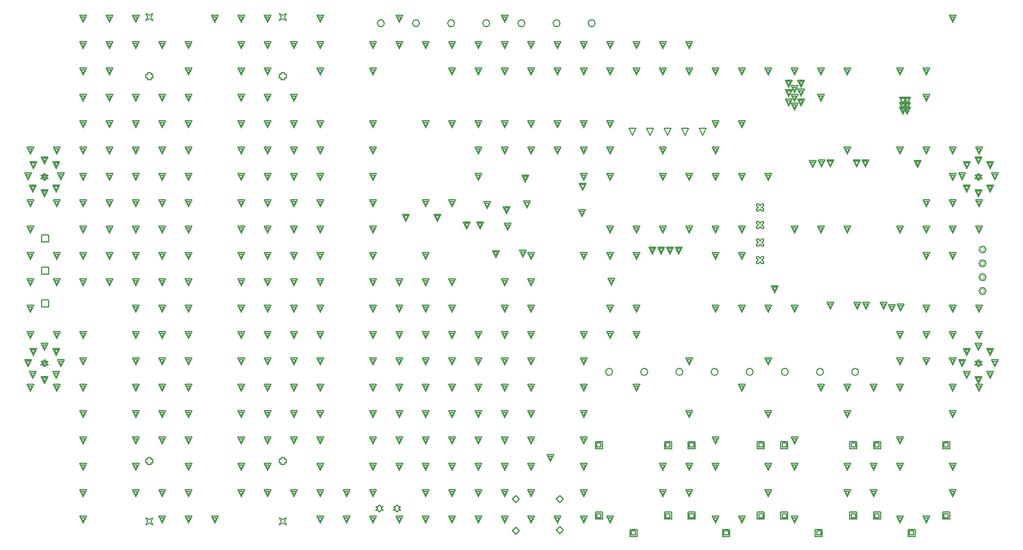
<source format=gbr>
%TF.GenerationSoftware,Altium Limited,Altium Designer,21.3.2 (30)*%
G04 Layer_Color=2752767*
%FSLAX26Y26*%
%MOIN*%
%TF.SameCoordinates,5CB9DBA1-4DA9-4ED0-9B61-E5D9B39C4D3D*%
%TF.FilePolarity,Positive*%
%TF.FileFunction,Drawing*%
%TF.Part,Single*%
G01*
G75*
%TA.AperFunction,NonConductor*%
%ADD88C,0.005000*%
%ADD127C,0.004000*%
%ADD142C,0.006667*%
D88*
X155000Y1445961D02*
Y1485961D01*
X195000D01*
Y1445961D01*
X155000D01*
Y1631000D02*
Y1671000D01*
X195000D01*
Y1631000D01*
X155000D01*
Y1816039D02*
Y1856039D01*
X195000D01*
Y1816039D01*
X155000D01*
X3518000Y2421000D02*
X3498000Y2461000D01*
X3538000D01*
X3518000Y2421000D01*
X3618000D02*
X3598000Y2461000D01*
X3638000D01*
X3618000Y2421000D01*
X3718000D02*
X3698000Y2461000D01*
X3738000D01*
X3718000Y2421000D01*
X3818000D02*
X3798000Y2461000D01*
X3838000D01*
X3818000Y2421000D01*
X3918000D02*
X3898000Y2461000D01*
X3938000D01*
X3918000Y2421000D01*
X2178000Y276449D02*
X2188000Y286449D01*
X2198000D01*
X2188000Y296449D01*
X2198000Y306449D01*
X2188000D01*
X2178000Y316449D01*
X2168000Y306449D01*
X2158000D01*
X2168000Y296449D01*
X2158000Y286449D01*
X2168000D01*
X2178000Y276449D01*
X2078000D02*
X2088000Y286449D01*
X2098000D01*
X2088000Y296449D01*
X2098000Y306449D01*
X2088000D01*
X2078000Y316449D01*
X2068000Y306449D01*
X2058000D01*
X2068000Y296449D01*
X2058000Y286449D01*
X2068000D01*
X2078000Y276449D01*
X747000Y203182D02*
X757000Y223182D01*
X747000Y243182D01*
X767000Y233182D01*
X787000Y243182D01*
X777000Y223182D01*
X787000Y203182D01*
X767000Y213182D01*
X747000Y203182D01*
Y3073261D02*
X757000Y3093261D01*
X747000Y3113261D01*
X767000Y3103261D01*
X787000Y3113261D01*
X777000Y3093261D01*
X787000Y3073261D01*
X767000Y3083261D01*
X747000Y3073261D01*
X1506843D02*
X1516843Y3093261D01*
X1506843Y3113261D01*
X1526843Y3103261D01*
X1546843Y3113261D01*
X1536843Y3093261D01*
X1546843Y3073261D01*
X1526843Y3083261D01*
X1506843Y3073261D01*
Y203182D02*
X1516843Y223182D01*
X1506843Y243182D01*
X1526843Y233182D01*
X1546843Y243182D01*
X1536843Y223182D01*
X1546843Y203182D01*
X1526843Y213182D01*
X1506843Y203182D01*
X1516843Y559245D02*
Y549245D01*
X1536843D01*
Y559245D01*
X1546843D01*
Y579245D01*
X1536843D01*
Y589245D01*
X1516843D01*
Y579245D01*
X1506843D01*
Y559245D01*
X1516843D01*
X757000D02*
Y549245D01*
X777000D01*
Y559245D01*
X787000D01*
Y579245D01*
X777000D01*
Y589245D01*
X757000D01*
Y579245D01*
X747000D01*
Y559245D01*
X757000D01*
X1516843Y2749009D02*
Y2739009D01*
X1536843D01*
Y2749009D01*
X1546843D01*
Y2769009D01*
X1536843D01*
Y2779009D01*
X1516843D01*
Y2769009D01*
X1506843D01*
Y2749009D01*
X1516843D01*
X757000D02*
Y2739009D01*
X777000D01*
Y2749009D01*
X787000D01*
Y2769009D01*
X777000D01*
Y2779009D01*
X757000D01*
Y2769009D01*
X747000D01*
Y2749009D01*
X757000D01*
X4224000Y1692000D02*
X4234000D01*
X4244000Y1702000D01*
X4254000Y1692000D01*
X4264000D01*
Y1702000D01*
X4254000Y1712000D01*
X4264000Y1722000D01*
Y1732000D01*
X4254000D01*
X4244000Y1722000D01*
X4234000Y1732000D01*
X4224000D01*
Y1722000D01*
X4234000Y1712000D01*
X4224000Y1702000D01*
Y1692000D01*
Y1792000D02*
X4234000D01*
X4244000Y1802000D01*
X4254000Y1792000D01*
X4264000D01*
Y1802000D01*
X4254000Y1812000D01*
X4264000Y1822000D01*
Y1832000D01*
X4254000D01*
X4244000Y1822000D01*
X4234000Y1832000D01*
X4224000D01*
Y1822000D01*
X4234000Y1812000D01*
X4224000Y1802000D01*
Y1792000D01*
Y1892000D02*
X4234000D01*
X4244000Y1902000D01*
X4254000Y1892000D01*
X4264000D01*
Y1902000D01*
X4254000Y1912000D01*
X4264000Y1922000D01*
Y1932000D01*
X4254000D01*
X4244000Y1922000D01*
X4234000Y1932000D01*
X4224000D01*
Y1922000D01*
X4234000Y1912000D01*
X4224000Y1902000D01*
Y1892000D01*
Y1992000D02*
X4234000D01*
X4244000Y2002000D01*
X4254000Y1992000D01*
X4264000D01*
Y2002000D01*
X4254000Y2012000D01*
X4264000Y2022000D01*
Y2032000D01*
X4254000D01*
X4244000Y2022000D01*
X4234000Y2032000D01*
X4224000D01*
Y2022000D01*
X4234000Y2012000D01*
X4224000Y2002000D01*
Y1992000D01*
X3085000Y350000D02*
X3105000Y370000D01*
X3125000Y350000D01*
X3105000Y330000D01*
X3085000Y350000D01*
X3086000Y173000D02*
X3106000Y193000D01*
X3126000Y173000D01*
X3106000Y153000D01*
X3086000Y173000D01*
X2836000Y172000D02*
X2856000Y192000D01*
X2876000Y172000D01*
X2856000Y152000D01*
X2836000Y172000D01*
X2835000Y350000D02*
X2855000Y370000D01*
X2875000Y350000D01*
X2855000Y330000D01*
X2835000Y350000D01*
X4756184Y638158D02*
Y678158D01*
X4796184D01*
Y638158D01*
X4756184D01*
X4764184Y646158D02*
Y670158D01*
X4788184D01*
Y646158D01*
X4764184D01*
X4362483Y638158D02*
Y678158D01*
X4402483D01*
Y638158D01*
X4362483D01*
X4370483Y646158D02*
Y670158D01*
X4394483D01*
Y646158D01*
X4370483D01*
X4559333Y138157D02*
Y178157D01*
X4599333D01*
Y138157D01*
X4559333D01*
X4567333Y146157D02*
Y170157D01*
X4591333D01*
Y146157D01*
X4567333D01*
X4362483Y236583D02*
Y276583D01*
X4402483D01*
Y236583D01*
X4362483D01*
X4370483Y244583D02*
Y268583D01*
X4394483D01*
Y244583D01*
X4370483D01*
X4756184Y236583D02*
Y276583D01*
X4796184D01*
Y236583D01*
X4756184D01*
X4764184Y244583D02*
Y268583D01*
X4788184D01*
Y244583D01*
X4764184D01*
X3700850Y638158D02*
Y678158D01*
X3740850D01*
Y638158D01*
X3700850D01*
X3708850Y646158D02*
Y670158D01*
X3732850D01*
Y646158D01*
X3708850D01*
X3307150Y638158D02*
Y678158D01*
X3347150D01*
Y638158D01*
X3307150D01*
X3315150Y646158D02*
Y670158D01*
X3339150D01*
Y646158D01*
X3315150D01*
X3504000Y138157D02*
Y178157D01*
X3544000D01*
Y138157D01*
X3504000D01*
X3512000Y146157D02*
Y170157D01*
X3536000D01*
Y146157D01*
X3512000D01*
X3307150Y236583D02*
Y276583D01*
X3347150D01*
Y236583D01*
X3307150D01*
X3315150Y244583D02*
Y268583D01*
X3339150D01*
Y244583D01*
X3315150D01*
X3700850Y236583D02*
Y276583D01*
X3740850D01*
Y236583D01*
X3700850D01*
X3708850Y244583D02*
Y268583D01*
X3732850D01*
Y244583D01*
X3708850D01*
X4228517Y638158D02*
Y678158D01*
X4268517D01*
Y638158D01*
X4228517D01*
X4236517Y646158D02*
Y670158D01*
X4260517D01*
Y646158D01*
X4236517D01*
X3834816Y638158D02*
Y678158D01*
X3874816D01*
Y638158D01*
X3834816D01*
X3842816Y646158D02*
Y670158D01*
X3866816D01*
Y646158D01*
X3842816D01*
X4031667Y138157D02*
Y178157D01*
X4071667D01*
Y138157D01*
X4031667D01*
X4039667Y146157D02*
Y170157D01*
X4063667D01*
Y146157D01*
X4039667D01*
X3834816Y236583D02*
Y276583D01*
X3874816D01*
Y236583D01*
X3834816D01*
X3842816Y244583D02*
Y268583D01*
X3866816D01*
Y244583D01*
X3842816D01*
X4228517Y236583D02*
Y276583D01*
X4268517D01*
Y236583D01*
X4228517D01*
X4236517Y244583D02*
Y268583D01*
X4260517D01*
Y244583D01*
X4236517D01*
X5283850Y638158D02*
Y678158D01*
X5323850D01*
Y638158D01*
X5283850D01*
X5291850Y646158D02*
Y670158D01*
X5315850D01*
Y646158D01*
X5291850D01*
X4890149Y638158D02*
Y678158D01*
X4930149D01*
Y638158D01*
X4890149D01*
X4898149Y646158D02*
Y670158D01*
X4922149D01*
Y646158D01*
X4898149D01*
X5087000Y138157D02*
Y178157D01*
X5127000D01*
Y138157D01*
X5087000D01*
X5095000Y146157D02*
Y170157D01*
X5119000D01*
Y146157D01*
X5095000D01*
X4890149Y236583D02*
Y276583D01*
X4930149D01*
Y236583D01*
X4890149D01*
X4898149Y244583D02*
Y268583D01*
X4922149D01*
Y244583D01*
X4898149D01*
X5283850Y236583D02*
Y276583D01*
X5323850D01*
Y236583D01*
X5283850D01*
X5291850Y244583D02*
Y268583D01*
X5315850D01*
Y244583D01*
X5291850D01*
X4478934Y2695278D02*
X4458934Y2735278D01*
X4498934D01*
X4478934Y2695278D01*
Y2703278D02*
X4466934Y2727278D01*
X4490934D01*
X4478934Y2703278D01*
X4844000Y2241000D02*
X4824000Y2281000D01*
X4864000D01*
X4844000Y2241000D01*
Y2249000D02*
X4832000Y2273000D01*
X4856000D01*
X4844000Y2249000D01*
X4947000Y1430000D02*
X4927000Y1470000D01*
X4967000D01*
X4947000Y1430000D01*
Y1438000D02*
X4935000Y1462000D01*
X4959000D01*
X4947000Y1438000D01*
X4595000Y2240000D02*
X4575000Y2280000D01*
X4615000D01*
X4595000Y2240000D01*
Y2248000D02*
X4583000Y2272000D01*
X4607000D01*
X4595000Y2248000D01*
X4645000Y2241000D02*
X4625000Y2281000D01*
X4665000D01*
X4645000Y2241000D01*
Y2249000D02*
X4633000Y2273000D01*
X4657000D01*
X4645000Y2249000D01*
X5045000Y1420000D02*
X5025000Y1460000D01*
X5065000D01*
X5045000Y1420000D01*
Y1428000D02*
X5033000Y1452000D01*
X5057000D01*
X5045000Y1428000D01*
X4995000Y1417000D02*
X4975000Y1457000D01*
X5015000D01*
X4995000Y1417000D01*
Y1425000D02*
X4983000Y1449000D01*
X5007000D01*
X4995000Y1425000D01*
X4545000Y2237000D02*
X4525000Y2277000D01*
X4565000D01*
X4545000Y2237000D01*
Y2245000D02*
X4533000Y2269000D01*
X4557000D01*
X4545000Y2245000D01*
X4797000Y1430000D02*
X4777000Y1470000D01*
X4817000D01*
X4797000Y1430000D01*
Y1438000D02*
X4785000Y1462000D01*
X4809000D01*
X4797000Y1438000D01*
X3732000Y1745000D02*
X3712000Y1785000D01*
X3752000D01*
X3732000Y1745000D01*
Y1753000D02*
X3720000Y1777000D01*
X3744000D01*
X3732000Y1753000D01*
X4645000Y1430000D02*
X4625000Y1470000D01*
X4665000D01*
X4645000Y1430000D01*
Y1438000D02*
X4633000Y1462000D01*
X4657000D01*
X4645000Y1438000D01*
X3682000Y1745000D02*
X3662000Y1785000D01*
X3702000D01*
X3682000Y1745000D01*
Y1753000D02*
X3670000Y1777000D01*
X3694000D01*
X3682000Y1753000D01*
X3235000Y2107500D02*
X3215000Y2147500D01*
X3255000D01*
X3235000Y2107500D01*
Y2115500D02*
X3223000Y2139500D01*
X3247000D01*
X3235000Y2115500D01*
X3782000Y1745000D02*
X3762000Y1785000D01*
X3802000D01*
X3782000Y1745000D01*
Y1753000D02*
X3770000Y1777000D01*
X3794000D01*
X3782000Y1753000D01*
X4847000Y1430000D02*
X4827000Y1470000D01*
X4867000D01*
X4847000Y1430000D01*
Y1438000D02*
X4835000Y1462000D01*
X4859000D01*
X4847000Y1438000D01*
X3632000Y1745000D02*
X3612000Y1785000D01*
X3652000D01*
X3632000Y1745000D01*
Y1753000D02*
X3620000Y1777000D01*
X3644000D01*
X3632000Y1753000D01*
X2650000Y1889000D02*
X2630000Y1929000D01*
X2670000D01*
X2650000Y1889000D01*
Y1897000D02*
X2638000Y1921000D01*
X2662000D01*
X2650000Y1897000D01*
X2895425Y1727000D02*
X2875425Y1767000D01*
X2915425D01*
X2895425Y1727000D01*
Y1735000D02*
X2883425Y1759000D01*
X2907425D01*
X2895425Y1735000D01*
X2740106Y1725000D02*
X2720106Y1765000D01*
X2760106D01*
X2740106Y1725000D01*
Y1733000D02*
X2728106Y1757000D01*
X2752106D01*
X2740106Y1733000D01*
X2909000Y2156000D02*
X2889000Y2196000D01*
X2929000D01*
X2909000Y2156000D01*
Y2164000D02*
X2897000Y2188000D01*
X2921000D01*
X2909000Y2164000D01*
X2918000Y2007000D02*
X2898000Y2047000D01*
X2938000D01*
X2918000Y2007000D01*
Y2015000D02*
X2906000Y2039000D01*
X2930000D01*
X2918000Y2015000D01*
X3230000Y1957000D02*
X3210000Y1997000D01*
X3250000D01*
X3230000Y1957000D01*
Y1965000D02*
X3218000Y1989000D01*
X3242000D01*
X3230000Y1965000D01*
X2228500Y1931000D02*
X2208500Y1971000D01*
X2248500D01*
X2228500Y1931000D01*
Y1939000D02*
X2216500Y1963000D01*
X2240500D01*
X2228500Y1939000D01*
X2408000Y1932000D02*
X2388000Y1972000D01*
X2428000D01*
X2408000Y1932000D01*
Y1940000D02*
X2396000Y1964000D01*
X2420000D01*
X2408000Y1940000D01*
X2576000Y1888000D02*
X2556000Y1928000D01*
X2596000D01*
X2576000Y1888000D01*
Y1896000D02*
X2564000Y1920000D01*
X2588000D01*
X2576000Y1896000D01*
X4406934Y2695278D02*
X4386934Y2735278D01*
X4426934D01*
X4406934Y2695278D01*
Y2703278D02*
X4394934Y2727278D01*
X4418934D01*
X4406934Y2703278D01*
X4408934Y2641278D02*
X4388934Y2681278D01*
X4428934D01*
X4408934Y2641278D01*
Y2649278D02*
X4396934Y2673278D01*
X4420934D01*
X4408934Y2649278D01*
X2802000Y1976000D02*
X2782000Y2016000D01*
X2822000D01*
X2802000Y1976000D01*
Y1984000D02*
X2790000Y2008000D01*
X2814000D01*
X2802000Y1984000D01*
X2807035Y1879965D02*
X2787035Y1919965D01*
X2827035D01*
X2807035Y1879965D01*
Y1887965D02*
X2795035Y1911965D01*
X2819035D01*
X2807035Y1887965D01*
X3397181Y1566181D02*
X3377181Y1606181D01*
X3417181D01*
X3397181Y1566181D01*
Y1574181D02*
X3385181Y1598181D01*
X3409181D01*
X3397181Y1574181D01*
X4795000Y2241000D02*
X4775000Y2281000D01*
X4815000D01*
X4795000Y2241000D01*
Y2249000D02*
X4783000Y2273000D01*
X4807000D01*
X4795000Y2249000D01*
X4406934Y2587278D02*
X4386934Y2627278D01*
X4426934D01*
X4406934Y2587278D01*
Y2595278D02*
X4394934Y2619278D01*
X4418934D01*
X4406934Y2595278D01*
X4476934Y2589278D02*
X4456934Y2629278D01*
X4496934D01*
X4476934Y2589278D01*
Y2597278D02*
X4464934Y2621278D01*
X4488934D01*
X4476934Y2597278D01*
Y2643278D02*
X4456934Y2683278D01*
X4496934D01*
X4476934Y2643278D01*
Y2651278D02*
X4464934Y2675278D01*
X4488934D01*
X4476934Y2651278D01*
X4440000Y2564000D02*
X4420000Y2604000D01*
X4460000D01*
X4440000Y2564000D01*
Y2572000D02*
X4428000Y2596000D01*
X4452000D01*
X4440000Y2572000D01*
Y2614000D02*
X4420000Y2654000D01*
X4460000D01*
X4440000Y2614000D01*
Y2622000D02*
X4428000Y2646000D01*
X4452000D01*
X4440000Y2622000D01*
Y2664000D02*
X4420000Y2704000D01*
X4460000D01*
X4440000Y2664000D01*
Y2672000D02*
X4428000Y2696000D01*
X4452000D01*
X4440000Y2672000D01*
X5143000Y2239000D02*
X5123000Y2279000D01*
X5163000D01*
X5143000Y2239000D01*
Y2247000D02*
X5131000Y2271000D01*
X5155000D01*
X5143000Y2247000D01*
X5058000Y2598000D02*
X5038000Y2638000D01*
X5078000D01*
X5058000Y2598000D01*
Y2606000D02*
X5046000Y2630000D01*
X5070000D01*
X5058000Y2606000D01*
X5082000Y2569000D02*
X5062000Y2609000D01*
X5102000D01*
X5082000Y2569000D01*
Y2577000D02*
X5070000Y2601000D01*
X5094000D01*
X5082000Y2577000D01*
X5058000Y2569000D02*
X5038000Y2609000D01*
X5078000D01*
X5058000Y2569000D01*
Y2577000D02*
X5046000Y2601000D01*
X5070000D01*
X5058000Y2577000D01*
X3050000Y563000D02*
X3030000Y603000D01*
X3070000D01*
X3050000Y563000D01*
Y571000D02*
X3038000Y595000D01*
X3062000D01*
X3050000Y571000D01*
X4329000Y1525000D02*
X4309000Y1565000D01*
X4349000D01*
X4329000Y1525000D01*
Y1533000D02*
X4317000Y1557000D01*
X4341000D01*
X4329000Y1533000D01*
X5082000Y2598000D02*
X5062000Y2638000D01*
X5102000D01*
X5082000Y2598000D01*
Y2606000D02*
X5070000Y2630000D01*
X5094000D01*
X5082000Y2606000D01*
X5081836Y2542602D02*
X5061836Y2582602D01*
X5101836D01*
X5081836Y2542602D01*
Y2550602D02*
X5069836Y2574602D01*
X5093836D01*
X5081836Y2550602D01*
X5057836Y2542602D02*
X5037836Y2582602D01*
X5077836D01*
X5057836Y2542602D01*
Y2550602D02*
X5045836Y2574602D01*
X5069836D01*
X5057836Y2550602D01*
X90000Y1414000D02*
X70000Y1454000D01*
X110000D01*
X90000Y1414000D01*
Y1422000D02*
X78000Y1446000D01*
X102000D01*
X90000Y1422000D01*
X240000Y964000D02*
X220000Y1004000D01*
X260000D01*
X240000Y964000D01*
Y972000D02*
X228000Y996000D01*
X252000D01*
X240000Y972000D01*
X90000Y1564000D02*
X70000Y1604000D01*
X110000D01*
X90000Y1564000D01*
Y1572000D02*
X78000Y1596000D01*
X102000D01*
X90000Y1572000D01*
Y1714000D02*
X70000Y1754000D01*
X110000D01*
X90000Y1714000D01*
Y1722000D02*
X78000Y1746000D01*
X102000D01*
X90000Y1722000D01*
Y1264000D02*
X70000Y1304000D01*
X110000D01*
X90000Y1264000D01*
Y1272000D02*
X78000Y1296000D01*
X102000D01*
X90000Y1272000D01*
X266270Y1103320D02*
X246270Y1143320D01*
X286270D01*
X266270Y1103320D01*
Y1111320D02*
X254270Y1135320D01*
X278270D01*
X266270Y1111320D01*
X79270Y1104320D02*
X59270Y1144320D01*
X99270D01*
X79270Y1104320D01*
Y1112320D02*
X67270Y1136320D01*
X91270D01*
X79270Y1112320D01*
X173040Y1196320D02*
X153040Y1236320D01*
X193040D01*
X173040Y1196320D01*
Y1204320D02*
X161040Y1228320D01*
X185040D01*
X173040Y1204320D01*
Y1009025D02*
X153040Y1049025D01*
X193040D01*
X173040Y1009025D01*
Y1017025D02*
X161040Y1041025D01*
X185040D01*
X173040Y1017025D01*
X239270Y1169320D02*
X219270Y1209320D01*
X259270D01*
X239270Y1169320D01*
Y1177320D02*
X227270Y1201320D01*
X251270D01*
X239270Y1177320D01*
X107270Y1168320D02*
X87270Y1208320D01*
X127270D01*
X107270Y1168320D01*
Y1176320D02*
X95270Y1200320D01*
X119270D01*
X107270Y1176320D01*
X106270Y1036320D02*
X86270Y1076320D01*
X126270D01*
X106270Y1036320D01*
Y1044320D02*
X94270Y1068320D01*
X118270D01*
X106270Y1044320D01*
X238270Y1036320D02*
X218270Y1076320D01*
X258270D01*
X238270Y1036320D01*
Y1044320D02*
X226270Y1068320D01*
X250270D01*
X238270Y1044320D01*
X5581230Y1103320D02*
X5561230Y1143320D01*
X5601230D01*
X5581230Y1103320D01*
Y1111320D02*
X5569230Y1135320D01*
X5593230D01*
X5581230Y1111320D01*
X5394230Y1104320D02*
X5374230Y1144320D01*
X5414230D01*
X5394230Y1104320D01*
Y1112320D02*
X5382230Y1136320D01*
X5406230D01*
X5394230Y1112320D01*
X5488000Y1196320D02*
X5468000Y1236320D01*
X5508000D01*
X5488000Y1196320D01*
Y1204320D02*
X5476000Y1228320D01*
X5500000D01*
X5488000Y1204320D01*
Y1009025D02*
X5468000Y1049025D01*
X5508000D01*
X5488000Y1009025D01*
Y1017025D02*
X5476000Y1041025D01*
X5500000D01*
X5488000Y1017025D01*
X5554230Y1169320D02*
X5534230Y1209320D01*
X5574230D01*
X5554230Y1169320D01*
Y1177320D02*
X5542230Y1201320D01*
X5566230D01*
X5554230Y1177320D01*
X5422230Y1168320D02*
X5402230Y1208320D01*
X5442230D01*
X5422230Y1168320D01*
Y1176320D02*
X5410230Y1200320D01*
X5434230D01*
X5422230Y1176320D01*
X5421230Y1036320D02*
X5401230Y1076320D01*
X5441230D01*
X5421230Y1036320D01*
Y1044320D02*
X5409230Y1068320D01*
X5433230D01*
X5421230Y1044320D01*
X5553230Y1036320D02*
X5533230Y1076320D01*
X5573230D01*
X5553230Y1036320D01*
Y1044320D02*
X5541230Y1068320D01*
X5565230D01*
X5553230Y1044320D01*
X5581230Y2166312D02*
X5561230Y2206312D01*
X5601230D01*
X5581230Y2166312D01*
Y2174312D02*
X5569230Y2198312D01*
X5593230D01*
X5581230Y2174312D01*
X990000Y2614000D02*
X970000Y2654000D01*
X1010000D01*
X990000Y2614000D01*
Y2622000D02*
X978000Y2646000D01*
X1002000D01*
X990000Y2622000D01*
Y514000D02*
X970000Y554000D01*
X1010000D01*
X990000Y514000D01*
Y522000D02*
X978000Y546000D01*
X1002000D01*
X990000Y522000D01*
Y1414000D02*
X970000Y1454000D01*
X1010000D01*
X990000Y1414000D01*
Y1422000D02*
X978000Y1446000D01*
X1002000D01*
X990000Y1422000D01*
X1290000Y514000D02*
X1270000Y554000D01*
X1310000D01*
X1290000Y514000D01*
Y522000D02*
X1278000Y546000D01*
X1302000D01*
X1290000Y522000D01*
Y814000D02*
X1270000Y854000D01*
X1310000D01*
X1290000Y814000D01*
Y822000D02*
X1278000Y846000D01*
X1302000D01*
X1290000Y822000D01*
X1140000Y214000D02*
X1120000Y254000D01*
X1160000D01*
X1140000Y214000D01*
Y222000D02*
X1128000Y246000D01*
X1152000D01*
X1140000Y222000D01*
X840000Y2614000D02*
X820000Y2654000D01*
X860000D01*
X840000Y2614000D01*
Y2622000D02*
X828000Y2646000D01*
X852000D01*
X840000Y2622000D01*
X990000Y1264000D02*
X970000Y1304000D01*
X1010000D01*
X990000Y1264000D01*
Y1272000D02*
X978000Y1296000D01*
X1002000D01*
X990000Y1272000D01*
X1290000Y1114000D02*
X1270000Y1154000D01*
X1310000D01*
X1290000Y1114000D01*
Y1122000D02*
X1278000Y1146000D01*
X1302000D01*
X1290000Y1122000D01*
X840000Y2914000D02*
X820000Y2954000D01*
X860000D01*
X840000Y2914000D01*
Y2922000D02*
X828000Y2946000D01*
X852000D01*
X840000Y2922000D01*
X990000Y2464000D02*
X970000Y2504000D01*
X1010000D01*
X990000Y2464000D01*
Y2472000D02*
X978000Y2496000D01*
X1002000D01*
X990000Y2472000D01*
X1290000Y664000D02*
X1270000Y704000D01*
X1310000D01*
X1290000Y664000D01*
Y672000D02*
X1278000Y696000D01*
X1302000D01*
X1290000Y672000D01*
X840000Y2314000D02*
X820000Y2354000D01*
X860000D01*
X840000Y2314000D01*
Y2322000D02*
X828000Y2346000D01*
X852000D01*
X840000Y2322000D01*
X1290000Y964000D02*
X1270000Y1004000D01*
X1310000D01*
X1290000Y964000D01*
Y972000D02*
X1278000Y996000D01*
X1302000D01*
X1290000Y972000D01*
Y1414000D02*
X1270000Y1454000D01*
X1310000D01*
X1290000Y1414000D01*
Y1422000D02*
X1278000Y1446000D01*
X1302000D01*
X1290000Y1422000D01*
X990000Y2014000D02*
X970000Y2054000D01*
X1010000D01*
X990000Y2014000D01*
Y2022000D02*
X978000Y2046000D01*
X1002000D01*
X990000Y2022000D01*
Y1864000D02*
X970000Y1904000D01*
X1010000D01*
X990000Y1864000D01*
Y1872000D02*
X978000Y1896000D01*
X1002000D01*
X990000Y1872000D01*
Y2914000D02*
X970000Y2954000D01*
X1010000D01*
X990000Y2914000D01*
Y2922000D02*
X978000Y2946000D01*
X1002000D01*
X990000Y2922000D01*
X840000Y1714000D02*
X820000Y1754000D01*
X860000D01*
X840000Y1714000D01*
Y1722000D02*
X828000Y1746000D01*
X852000D01*
X840000Y1722000D01*
X990000Y2164000D02*
X970000Y2204000D01*
X1010000D01*
X990000Y2164000D01*
Y2172000D02*
X978000Y2196000D01*
X1002000D01*
X990000Y2172000D01*
X1140000Y3064000D02*
X1120000Y3104000D01*
X1160000D01*
X1140000Y3064000D01*
Y3072000D02*
X1128000Y3096000D01*
X1152000D01*
X1140000Y3072000D01*
X990000Y664000D02*
X970000Y704000D01*
X1010000D01*
X990000Y664000D01*
Y672000D02*
X978000Y696000D01*
X1002000D01*
X990000Y672000D01*
Y1114000D02*
X970000Y1154000D01*
X1010000D01*
X990000Y1114000D01*
Y1122000D02*
X978000Y1146000D01*
X1002000D01*
X990000Y1122000D01*
Y814000D02*
X970000Y854000D01*
X1010000D01*
X990000Y814000D01*
Y822000D02*
X978000Y846000D01*
X1002000D01*
X990000Y822000D01*
Y214000D02*
X970000Y254000D01*
X1010000D01*
X990000Y214000D01*
Y222000D02*
X978000Y246000D01*
X1002000D01*
X990000Y222000D01*
X1290000Y364000D02*
X1270000Y404000D01*
X1310000D01*
X1290000Y364000D01*
Y372000D02*
X1278000Y396000D01*
X1302000D01*
X1290000Y372000D01*
X840000Y1864000D02*
X820000Y1904000D01*
X860000D01*
X840000Y1864000D01*
Y1872000D02*
X828000Y1896000D01*
X852000D01*
X840000Y1872000D01*
Y1564000D02*
X820000Y1604000D01*
X860000D01*
X840000Y1564000D01*
Y1572000D02*
X828000Y1596000D01*
X852000D01*
X840000Y1572000D01*
X990000Y2314000D02*
X970000Y2354000D01*
X1010000D01*
X990000Y2314000D01*
Y2322000D02*
X978000Y2346000D01*
X1002000D01*
X990000Y2322000D01*
Y964000D02*
X970000Y1004000D01*
X1010000D01*
X990000Y964000D01*
Y972000D02*
X978000Y996000D01*
X1002000D01*
X990000Y972000D01*
Y1714000D02*
X970000Y1754000D01*
X1010000D01*
X990000Y1714000D01*
Y1722000D02*
X978000Y1746000D01*
X1002000D01*
X990000Y1722000D01*
Y2764000D02*
X970000Y2804000D01*
X1010000D01*
X990000Y2764000D01*
Y2772000D02*
X978000Y2796000D01*
X1002000D01*
X990000Y2772000D01*
X840000Y2014000D02*
X820000Y2054000D01*
X860000D01*
X840000Y2014000D01*
Y2022000D02*
X828000Y2046000D01*
X852000D01*
X840000Y2022000D01*
Y2164000D02*
X820000Y2204000D01*
X860000D01*
X840000Y2164000D01*
Y2172000D02*
X828000Y2196000D01*
X852000D01*
X840000Y2172000D01*
X1290000Y1264000D02*
X1270000Y1304000D01*
X1310000D01*
X1290000Y1264000D01*
Y1272000D02*
X1278000Y1296000D01*
X1302000D01*
X1290000Y1272000D01*
X840000Y2464000D02*
X820000Y2504000D01*
X860000D01*
X840000Y2464000D01*
Y2472000D02*
X828000Y2496000D01*
X852000D01*
X840000Y2472000D01*
X990000Y364000D02*
X970000Y404000D01*
X1010000D01*
X990000Y364000D01*
Y372000D02*
X978000Y396000D01*
X1002000D01*
X990000Y372000D01*
Y1564000D02*
X970000Y1604000D01*
X1010000D01*
X990000Y1564000D01*
Y1572000D02*
X978000Y1596000D01*
X1002000D01*
X990000Y1572000D01*
X3840000Y2914000D02*
X3820000Y2954000D01*
X3860000D01*
X3840000Y2914000D01*
Y2922000D02*
X3828000Y2946000D01*
X3852000D01*
X3840000Y2922000D01*
X3990000Y214000D02*
X3970000Y254000D01*
X4010000D01*
X3990000Y214000D01*
Y222000D02*
X3978000Y246000D01*
X4002000D01*
X3990000Y222000D01*
Y514000D02*
X3970000Y554000D01*
X4010000D01*
X3990000Y514000D01*
Y522000D02*
X3978000Y546000D01*
X4002000D01*
X3990000Y522000D01*
Y664000D02*
X3970000Y704000D01*
X4010000D01*
X3990000Y664000D01*
Y672000D02*
X3978000Y696000D01*
X4002000D01*
X3990000Y672000D01*
Y1414000D02*
X3970000Y1454000D01*
X4010000D01*
X3990000Y1414000D01*
Y1422000D02*
X3978000Y1446000D01*
X4002000D01*
X3990000Y1422000D01*
Y1714000D02*
X3970000Y1754000D01*
X4010000D01*
X3990000Y1714000D01*
Y1722000D02*
X3978000Y1746000D01*
X4002000D01*
X3990000Y1722000D01*
Y1864000D02*
X3970000Y1904000D01*
X4010000D01*
X3990000Y1864000D01*
Y1872000D02*
X3978000Y1896000D01*
X4002000D01*
X3990000Y1872000D01*
Y2164000D02*
X3970000Y2204000D01*
X4010000D01*
X3990000Y2164000D01*
Y2172000D02*
X3978000Y2196000D01*
X4002000D01*
X3990000Y2172000D01*
Y2314000D02*
X3970000Y2354000D01*
X4010000D01*
X3990000Y2314000D01*
Y2322000D02*
X3978000Y2346000D01*
X4002000D01*
X3990000Y2322000D01*
Y2464000D02*
X3970000Y2504000D01*
X4010000D01*
X3990000Y2464000D01*
Y2472000D02*
X3978000Y2496000D01*
X4002000D01*
X3990000Y2472000D01*
Y2764000D02*
X3970000Y2804000D01*
X4010000D01*
X3990000Y2764000D01*
Y2772000D02*
X3978000Y2796000D01*
X4002000D01*
X3990000Y2772000D01*
X4140000Y214000D02*
X4120000Y254000D01*
X4160000D01*
X4140000Y214000D01*
Y222000D02*
X4128000Y246000D01*
X4152000D01*
X4140000Y222000D01*
Y964000D02*
X4120000Y1004000D01*
X4160000D01*
X4140000Y964000D01*
Y972000D02*
X4128000Y996000D01*
X4152000D01*
X4140000Y972000D01*
Y1414000D02*
X4120000Y1454000D01*
X4160000D01*
X4140000Y1414000D01*
Y1422000D02*
X4128000Y1446000D01*
X4152000D01*
X4140000Y1422000D01*
Y1714000D02*
X4120000Y1754000D01*
X4160000D01*
X4140000Y1714000D01*
Y1722000D02*
X4128000Y1746000D01*
X4152000D01*
X4140000Y1722000D01*
Y1864000D02*
X4120000Y1904000D01*
X4160000D01*
X4140000Y1864000D01*
Y1872000D02*
X4128000Y1896000D01*
X4152000D01*
X4140000Y1872000D01*
Y2464000D02*
X4120000Y2504000D01*
X4160000D01*
X4140000Y2464000D01*
Y2472000D02*
X4128000Y2496000D01*
X4152000D01*
X4140000Y2472000D01*
X4290000Y364000D02*
X4270000Y404000D01*
X4310000D01*
X4290000Y364000D01*
Y372000D02*
X4278000Y396000D01*
X4302000D01*
X4290000Y372000D01*
X4140000Y2764000D02*
X4120000Y2804000D01*
X4160000D01*
X4140000Y2764000D01*
Y2772000D02*
X4128000Y2796000D01*
X4152000D01*
X4140000Y2772000D01*
Y2164000D02*
X4120000Y2204000D01*
X4160000D01*
X4140000Y2164000D01*
Y2172000D02*
X4128000Y2196000D01*
X4152000D01*
X4140000Y2172000D01*
X1590000Y1564000D02*
X1570000Y1604000D01*
X1610000D01*
X1590000Y1564000D01*
Y1572000D02*
X1578000Y1596000D01*
X1602000D01*
X1590000Y1572000D01*
Y2314000D02*
X1570000Y2354000D01*
X1610000D01*
X1590000Y2314000D01*
Y2322000D02*
X1578000Y2346000D01*
X1602000D01*
X1590000Y2322000D01*
X1440000Y1114000D02*
X1420000Y1154000D01*
X1460000D01*
X1440000Y1114000D01*
Y1122000D02*
X1428000Y1146000D01*
X1452000D01*
X1440000Y1122000D01*
X1590000Y2464000D02*
X1570000Y2504000D01*
X1610000D01*
X1590000Y2464000D01*
Y2472000D02*
X1578000Y2496000D01*
X1602000D01*
X1590000Y2472000D01*
X1740000Y2014000D02*
X1720000Y2054000D01*
X1760000D01*
X1740000Y2014000D01*
Y2022000D02*
X1728000Y2046000D01*
X1752000D01*
X1740000Y2022000D01*
X1440000Y814000D02*
X1420000Y854000D01*
X1460000D01*
X1440000Y814000D01*
Y822000D02*
X1428000Y846000D01*
X1452000D01*
X1440000Y822000D01*
Y2014000D02*
X1420000Y2054000D01*
X1460000D01*
X1440000Y2014000D01*
Y2022000D02*
X1428000Y2046000D01*
X1452000D01*
X1440000Y2022000D01*
X1740000Y1114000D02*
X1720000Y1154000D01*
X1760000D01*
X1740000Y1114000D01*
Y1122000D02*
X1728000Y1146000D01*
X1752000D01*
X1740000Y1122000D01*
X1290000Y1564000D02*
X1270000Y1604000D01*
X1310000D01*
X1290000Y1564000D01*
Y1572000D02*
X1278000Y1596000D01*
X1302000D01*
X1290000Y1572000D01*
X1740000Y2314000D02*
X1720000Y2354000D01*
X1760000D01*
X1740000Y2314000D01*
Y2322000D02*
X1728000Y2346000D01*
X1752000D01*
X1740000Y2322000D01*
Y1414000D02*
X1720000Y1454000D01*
X1760000D01*
X1740000Y1414000D01*
Y1422000D02*
X1728000Y1446000D01*
X1752000D01*
X1740000Y1422000D01*
Y964000D02*
X1720000Y1004000D01*
X1760000D01*
X1740000Y964000D01*
Y972000D02*
X1728000Y996000D01*
X1752000D01*
X1740000Y972000D01*
X1590000Y364000D02*
X1570000Y404000D01*
X1610000D01*
X1590000Y364000D01*
Y372000D02*
X1578000Y396000D01*
X1602000D01*
X1590000Y372000D01*
X1740000Y2464000D02*
X1720000Y2504000D01*
X1760000D01*
X1740000Y2464000D01*
Y2472000D02*
X1728000Y2496000D01*
X1752000D01*
X1740000Y2472000D01*
X1290000Y2014000D02*
X1270000Y2054000D01*
X1310000D01*
X1290000Y2014000D01*
Y2022000D02*
X1278000Y2046000D01*
X1302000D01*
X1290000Y2022000D01*
X1740000Y1714000D02*
X1720000Y1754000D01*
X1760000D01*
X1740000Y1714000D01*
Y1722000D02*
X1728000Y1746000D01*
X1752000D01*
X1740000Y1722000D01*
Y1564000D02*
X1720000Y1604000D01*
X1760000D01*
X1740000Y1564000D01*
Y1572000D02*
X1728000Y1596000D01*
X1752000D01*
X1740000Y1572000D01*
X1590000Y2014000D02*
X1570000Y2054000D01*
X1610000D01*
X1590000Y2014000D01*
Y2022000D02*
X1578000Y2046000D01*
X1602000D01*
X1590000Y2022000D01*
X1740000Y364000D02*
X1720000Y404000D01*
X1760000D01*
X1740000Y364000D01*
Y372000D02*
X1728000Y396000D01*
X1752000D01*
X1740000Y372000D01*
X1590000Y1264000D02*
X1570000Y1304000D01*
X1610000D01*
X1590000Y1264000D01*
Y1272000D02*
X1578000Y1296000D01*
X1602000D01*
X1590000Y1272000D01*
X1440000Y2314000D02*
X1420000Y2354000D01*
X1460000D01*
X1440000Y2314000D01*
Y2322000D02*
X1428000Y2346000D01*
X1452000D01*
X1440000Y2322000D01*
X1590000Y964000D02*
X1570000Y1004000D01*
X1610000D01*
X1590000Y964000D01*
Y972000D02*
X1578000Y996000D01*
X1602000D01*
X1590000Y972000D01*
X1290000Y2764000D02*
X1270000Y2804000D01*
X1310000D01*
X1290000Y2764000D01*
Y2772000D02*
X1278000Y2796000D01*
X1302000D01*
X1290000Y2772000D01*
X1440000Y364000D02*
X1420000Y404000D01*
X1460000D01*
X1440000Y364000D01*
Y372000D02*
X1428000Y396000D01*
X1452000D01*
X1440000Y372000D01*
Y2164000D02*
X1420000Y2204000D01*
X1460000D01*
X1440000Y2164000D01*
Y2172000D02*
X1428000Y2196000D01*
X1452000D01*
X1440000Y2172000D01*
X1590000Y2914000D02*
X1570000Y2954000D01*
X1610000D01*
X1590000Y2914000D01*
Y2922000D02*
X1578000Y2946000D01*
X1602000D01*
X1590000Y2922000D01*
X1290000Y1714000D02*
X1270000Y1754000D01*
X1310000D01*
X1290000Y1714000D01*
Y1722000D02*
X1278000Y1746000D01*
X1302000D01*
X1290000Y1722000D01*
X1440000Y2614000D02*
X1420000Y2654000D01*
X1460000D01*
X1440000Y2614000D01*
Y2622000D02*
X1428000Y2646000D01*
X1452000D01*
X1440000Y2622000D01*
Y1864000D02*
X1420000Y1904000D01*
X1460000D01*
X1440000Y1864000D01*
Y1872000D02*
X1428000Y1896000D01*
X1452000D01*
X1440000Y1872000D01*
X1590000Y1414000D02*
X1570000Y1454000D01*
X1610000D01*
X1590000Y1414000D01*
Y1422000D02*
X1578000Y1446000D01*
X1602000D01*
X1590000Y1422000D01*
X1290000Y2914000D02*
X1270000Y2954000D01*
X1310000D01*
X1290000Y2914000D01*
Y2922000D02*
X1278000Y2946000D01*
X1302000D01*
X1290000Y2922000D01*
X1440000Y1414000D02*
X1420000Y1454000D01*
X1460000D01*
X1440000Y1414000D01*
Y1422000D02*
X1428000Y1446000D01*
X1452000D01*
X1440000Y1422000D01*
X1740000Y2764000D02*
X1720000Y2804000D01*
X1760000D01*
X1740000Y2764000D01*
Y2772000D02*
X1728000Y2796000D01*
X1752000D01*
X1740000Y2772000D01*
X1290000Y2314000D02*
X1270000Y2354000D01*
X1310000D01*
X1290000Y2314000D01*
Y2322000D02*
X1278000Y2346000D01*
X1302000D01*
X1290000Y2322000D01*
X1740000Y514000D02*
X1720000Y554000D01*
X1760000D01*
X1740000Y514000D01*
Y522000D02*
X1728000Y546000D01*
X1752000D01*
X1740000Y522000D01*
X1590000Y664000D02*
X1570000Y704000D01*
X1610000D01*
X1590000Y664000D01*
Y672000D02*
X1578000Y696000D01*
X1602000D01*
X1590000Y672000D01*
X1440000Y1564000D02*
X1420000Y1604000D01*
X1460000D01*
X1440000Y1564000D01*
Y1572000D02*
X1428000Y1596000D01*
X1452000D01*
X1440000Y1572000D01*
Y2764000D02*
X1420000Y2804000D01*
X1460000D01*
X1440000Y2764000D01*
Y2772000D02*
X1428000Y2796000D01*
X1452000D01*
X1440000Y2772000D01*
X1590000Y1114000D02*
X1570000Y1154000D01*
X1610000D01*
X1590000Y1114000D01*
Y1122000D02*
X1578000Y1146000D01*
X1602000D01*
X1590000Y1122000D01*
X1440000Y1264000D02*
X1420000Y1304000D01*
X1460000D01*
X1440000Y1264000D01*
Y1272000D02*
X1428000Y1296000D01*
X1452000D01*
X1440000Y1272000D01*
X1290000Y2614000D02*
X1270000Y2654000D01*
X1310000D01*
X1290000Y2614000D01*
Y2622000D02*
X1278000Y2646000D01*
X1302000D01*
X1290000Y2622000D01*
X1440000Y664000D02*
X1420000Y704000D01*
X1460000D01*
X1440000Y664000D01*
Y672000D02*
X1428000Y696000D01*
X1452000D01*
X1440000Y672000D01*
Y964000D02*
X1420000Y1004000D01*
X1460000D01*
X1440000Y964000D01*
Y972000D02*
X1428000Y996000D01*
X1452000D01*
X1440000Y972000D01*
Y2914000D02*
X1420000Y2954000D01*
X1460000D01*
X1440000Y2914000D01*
Y2922000D02*
X1428000Y2946000D01*
X1452000D01*
X1440000Y2922000D01*
X1590000Y1864000D02*
X1570000Y1904000D01*
X1610000D01*
X1590000Y1864000D01*
Y1872000D02*
X1578000Y1896000D01*
X1602000D01*
X1590000Y1872000D01*
Y2614000D02*
X1570000Y2654000D01*
X1610000D01*
X1590000Y2614000D01*
Y2622000D02*
X1578000Y2646000D01*
X1602000D01*
X1590000Y2622000D01*
X1440000Y3064000D02*
X1420000Y3104000D01*
X1460000D01*
X1440000Y3064000D01*
Y3072000D02*
X1428000Y3096000D01*
X1452000D01*
X1440000Y3072000D01*
X1740000Y2164000D02*
X1720000Y2204000D01*
X1760000D01*
X1740000Y2164000D01*
Y2172000D02*
X1728000Y2196000D01*
X1752000D01*
X1740000Y2172000D01*
X1290000Y1864000D02*
X1270000Y1904000D01*
X1310000D01*
X1290000Y1864000D01*
Y1872000D02*
X1278000Y1896000D01*
X1302000D01*
X1290000Y1872000D01*
X1440000Y514000D02*
X1420000Y554000D01*
X1460000D01*
X1440000Y514000D01*
Y522000D02*
X1428000Y546000D01*
X1452000D01*
X1440000Y522000D01*
Y1714000D02*
X1420000Y1754000D01*
X1460000D01*
X1440000Y1714000D01*
Y1722000D02*
X1428000Y1746000D01*
X1452000D01*
X1440000Y1722000D01*
X1740000Y214000D02*
X1720000Y254000D01*
X1760000D01*
X1740000Y214000D01*
Y222000D02*
X1728000Y246000D01*
X1752000D01*
X1740000Y222000D01*
Y814000D02*
X1720000Y854000D01*
X1760000D01*
X1740000Y814000D01*
Y822000D02*
X1728000Y846000D01*
X1752000D01*
X1740000Y822000D01*
X1590000Y1714000D02*
X1570000Y1754000D01*
X1610000D01*
X1590000Y1714000D01*
Y1722000D02*
X1578000Y1746000D01*
X1602000D01*
X1590000Y1722000D01*
X1740000Y1864000D02*
X1720000Y1904000D01*
X1760000D01*
X1740000Y1864000D01*
Y1872000D02*
X1728000Y1896000D01*
X1752000D01*
X1740000Y1872000D01*
X1290000Y2464000D02*
X1270000Y2504000D01*
X1310000D01*
X1290000Y2464000D01*
Y2472000D02*
X1278000Y2496000D01*
X1302000D01*
X1290000Y2472000D01*
X1590000Y2164000D02*
X1570000Y2204000D01*
X1610000D01*
X1590000Y2164000D01*
Y2172000D02*
X1578000Y2196000D01*
X1602000D01*
X1590000Y2172000D01*
X1290000Y3064000D02*
X1270000Y3104000D01*
X1310000D01*
X1290000Y3064000D01*
Y3072000D02*
X1278000Y3096000D01*
X1302000D01*
X1290000Y3072000D01*
X1740000Y1264000D02*
X1720000Y1304000D01*
X1760000D01*
X1740000Y1264000D01*
Y1272000D02*
X1728000Y1296000D01*
X1752000D01*
X1740000Y1272000D01*
X1590000Y814000D02*
X1570000Y854000D01*
X1610000D01*
X1590000Y814000D01*
Y822000D02*
X1578000Y846000D01*
X1602000D01*
X1590000Y822000D01*
X1290000Y2164000D02*
X1270000Y2204000D01*
X1310000D01*
X1290000Y2164000D01*
Y2172000D02*
X1278000Y2196000D01*
X1302000D01*
X1290000Y2172000D01*
X1440000Y2464000D02*
X1420000Y2504000D01*
X1460000D01*
X1440000Y2464000D01*
Y2472000D02*
X1428000Y2496000D01*
X1452000D01*
X1440000Y2472000D01*
X1740000Y664000D02*
X1720000Y704000D01*
X1760000D01*
X1740000Y664000D01*
Y672000D02*
X1728000Y696000D01*
X1752000D01*
X1740000Y672000D01*
X540000Y2614000D02*
X520000Y2654000D01*
X560000D01*
X540000Y2614000D01*
Y2622000D02*
X528000Y2646000D01*
X552000D01*
X540000Y2622000D01*
X690000Y2314000D02*
X670000Y2354000D01*
X710000D01*
X690000Y2314000D01*
Y2322000D02*
X678000Y2346000D01*
X702000D01*
X690000Y2322000D01*
Y2464000D02*
X670000Y2504000D01*
X710000D01*
X690000Y2464000D01*
Y2472000D02*
X678000Y2496000D01*
X702000D01*
X690000Y2472000D01*
Y1714000D02*
X670000Y1754000D01*
X710000D01*
X690000Y1714000D01*
Y1722000D02*
X678000Y1746000D01*
X702000D01*
X690000Y1722000D01*
X540000Y2314000D02*
X520000Y2354000D01*
X560000D01*
X540000Y2314000D01*
Y2322000D02*
X528000Y2346000D01*
X552000D01*
X540000Y2322000D01*
X690000Y1114000D02*
X670000Y1154000D01*
X710000D01*
X690000Y1114000D01*
Y1122000D02*
X678000Y1146000D01*
X702000D01*
X690000Y1122000D01*
X240000Y1264000D02*
X220000Y1304000D01*
X260000D01*
X240000Y1264000D01*
Y1272000D02*
X228000Y1296000D01*
X252000D01*
X240000Y1272000D01*
X540000Y2464000D02*
X520000Y2504000D01*
X560000D01*
X540000Y2464000D01*
Y2472000D02*
X528000Y2496000D01*
X552000D01*
X540000Y2472000D01*
X840000Y664000D02*
X820000Y704000D01*
X860000D01*
X840000Y664000D01*
Y672000D02*
X828000Y696000D01*
X852000D01*
X840000Y672000D01*
X690000Y964000D02*
X670000Y1004000D01*
X710000D01*
X690000Y964000D01*
Y972000D02*
X678000Y996000D01*
X702000D01*
X690000Y972000D01*
X390000Y214000D02*
X370000Y254000D01*
X410000D01*
X390000Y214000D01*
Y222000D02*
X378000Y246000D01*
X402000D01*
X390000Y222000D01*
X540000Y1864000D02*
X520000Y1904000D01*
X560000D01*
X540000Y1864000D01*
Y1872000D02*
X528000Y1896000D01*
X552000D01*
X540000Y1872000D01*
X690000Y2014000D02*
X670000Y2054000D01*
X710000D01*
X690000Y2014000D01*
Y2022000D02*
X678000Y2046000D01*
X702000D01*
X690000Y2022000D01*
X540000Y3064000D02*
X520000Y3104000D01*
X560000D01*
X540000Y3064000D01*
Y3072000D02*
X528000Y3096000D01*
X552000D01*
X540000Y3072000D01*
X390000Y1864000D02*
X370000Y1904000D01*
X410000D01*
X390000Y1864000D01*
Y1872000D02*
X378000Y1896000D01*
X402000D01*
X390000Y1872000D01*
X840000Y814000D02*
X820000Y854000D01*
X860000D01*
X840000Y814000D01*
Y822000D02*
X828000Y846000D01*
X852000D01*
X840000Y822000D01*
X390000Y2914000D02*
X370000Y2954000D01*
X410000D01*
X390000Y2914000D01*
Y2922000D02*
X378000Y2946000D01*
X402000D01*
X390000Y2922000D01*
X690000Y2914000D02*
X670000Y2954000D01*
X710000D01*
X690000Y2914000D01*
Y2922000D02*
X678000Y2946000D01*
X702000D01*
X690000Y2922000D01*
X390000Y1114000D02*
X370000Y1154000D01*
X410000D01*
X390000Y1114000D01*
Y1122000D02*
X378000Y1146000D01*
X402000D01*
X390000Y1122000D01*
X540000Y2914000D02*
X520000Y2954000D01*
X560000D01*
X540000Y2914000D01*
Y2922000D02*
X528000Y2946000D01*
X552000D01*
X540000Y2922000D01*
X690000Y2164000D02*
X670000Y2204000D01*
X710000D01*
X690000Y2164000D01*
Y2172000D02*
X678000Y2196000D01*
X702000D01*
X690000Y2172000D01*
X390000Y1714000D02*
X370000Y1754000D01*
X410000D01*
X390000Y1714000D01*
Y1722000D02*
X378000Y1746000D01*
X402000D01*
X390000Y1722000D01*
Y814000D02*
X370000Y854000D01*
X410000D01*
X390000Y814000D01*
Y822000D02*
X378000Y846000D01*
X402000D01*
X390000Y822000D01*
X540000Y2164000D02*
X520000Y2204000D01*
X560000D01*
X540000Y2164000D01*
Y2172000D02*
X528000Y2196000D01*
X552000D01*
X540000Y2172000D01*
X390000Y1264000D02*
X370000Y1304000D01*
X410000D01*
X390000Y1264000D01*
Y1272000D02*
X378000Y1296000D01*
X402000D01*
X390000Y1272000D01*
Y964000D02*
X370000Y1004000D01*
X410000D01*
X390000Y964000D01*
Y972000D02*
X378000Y996000D01*
X402000D01*
X390000Y972000D01*
X840000Y1264000D02*
X820000Y1304000D01*
X860000D01*
X840000Y1264000D01*
Y1272000D02*
X828000Y1296000D01*
X852000D01*
X840000Y1272000D01*
Y214000D02*
X820000Y254000D01*
X860000D01*
X840000Y214000D01*
Y222000D02*
X828000Y246000D01*
X852000D01*
X840000Y222000D01*
X390000Y664000D02*
X370000Y704000D01*
X410000D01*
X390000Y664000D01*
Y672000D02*
X378000Y696000D01*
X402000D01*
X390000Y672000D01*
X690000Y1864000D02*
X670000Y1904000D01*
X710000D01*
X690000Y1864000D01*
Y1872000D02*
X678000Y1896000D01*
X702000D01*
X690000Y1872000D01*
X540000Y1564000D02*
X520000Y1604000D01*
X560000D01*
X540000Y1564000D01*
Y1572000D02*
X528000Y1596000D01*
X552000D01*
X540000Y1572000D01*
X390000Y2464000D02*
X370000Y2504000D01*
X410000D01*
X390000Y2464000D01*
Y2472000D02*
X378000Y2496000D01*
X402000D01*
X390000Y2472000D01*
X240000Y1714000D02*
X220000Y1754000D01*
X260000D01*
X240000Y1714000D01*
Y1722000D02*
X228000Y1746000D01*
X252000D01*
X240000Y1722000D01*
X690000Y1564000D02*
X670000Y1604000D01*
X710000D01*
X690000Y1564000D01*
Y1572000D02*
X678000Y1596000D01*
X702000D01*
X690000Y1572000D01*
X390000Y2164000D02*
X370000Y2204000D01*
X410000D01*
X390000Y2164000D01*
Y2172000D02*
X378000Y2196000D01*
X402000D01*
X390000Y2172000D01*
X690000Y2614000D02*
X670000Y2654000D01*
X710000D01*
X690000Y2614000D01*
Y2622000D02*
X678000Y2646000D01*
X702000D01*
X690000Y2622000D01*
Y1414000D02*
X670000Y1454000D01*
X710000D01*
X690000Y1414000D01*
Y1422000D02*
X678000Y1446000D01*
X702000D01*
X690000Y1422000D01*
Y3064000D02*
X670000Y3104000D01*
X710000D01*
X690000Y3064000D01*
Y3072000D02*
X678000Y3096000D01*
X702000D01*
X690000Y3072000D01*
X390000Y2014000D02*
X370000Y2054000D01*
X410000D01*
X390000Y2014000D01*
Y2022000D02*
X378000Y2046000D01*
X402000D01*
X390000Y2022000D01*
X690000Y364000D02*
X670000Y404000D01*
X710000D01*
X690000Y364000D01*
Y372000D02*
X678000Y396000D01*
X702000D01*
X690000Y372000D01*
X840000Y364000D02*
X820000Y404000D01*
X860000D01*
X840000Y364000D01*
Y372000D02*
X828000Y396000D01*
X852000D01*
X840000Y372000D01*
X390000Y364000D02*
X370000Y404000D01*
X410000D01*
X390000Y364000D01*
Y372000D02*
X378000Y396000D01*
X402000D01*
X390000Y372000D01*
X840000Y964000D02*
X820000Y1004000D01*
X860000D01*
X840000Y964000D01*
Y972000D02*
X828000Y996000D01*
X852000D01*
X840000Y972000D01*
X390000Y514000D02*
X370000Y554000D01*
X410000D01*
X390000Y514000D01*
Y522000D02*
X378000Y546000D01*
X402000D01*
X390000Y522000D01*
X690000Y664000D02*
X670000Y704000D01*
X710000D01*
X690000Y664000D01*
Y672000D02*
X678000Y696000D01*
X702000D01*
X690000Y672000D01*
X540000Y2764000D02*
X520000Y2804000D01*
X560000D01*
X540000Y2764000D01*
Y2772000D02*
X528000Y2796000D01*
X552000D01*
X540000Y2772000D01*
X840000Y1114000D02*
X820000Y1154000D01*
X860000D01*
X840000Y1114000D01*
Y1122000D02*
X828000Y1146000D01*
X852000D01*
X840000Y1122000D01*
X690000Y814000D02*
X670000Y854000D01*
X710000D01*
X690000Y814000D01*
Y822000D02*
X678000Y846000D01*
X702000D01*
X690000Y822000D01*
X540000Y1714000D02*
X520000Y1754000D01*
X560000D01*
X540000Y1714000D01*
Y1722000D02*
X528000Y1746000D01*
X552000D01*
X540000Y1722000D01*
X90000Y2014000D02*
X70000Y2054000D01*
X110000D01*
X90000Y2014000D01*
Y2022000D02*
X78000Y2046000D01*
X102000D01*
X90000Y2022000D01*
X390000Y3064000D02*
X370000Y3104000D01*
X410000D01*
X390000Y3064000D01*
Y3072000D02*
X378000Y3096000D01*
X402000D01*
X390000Y3072000D01*
Y1564000D02*
X370000Y1604000D01*
X410000D01*
X390000Y1564000D01*
Y1572000D02*
X378000Y1596000D01*
X402000D01*
X390000Y1572000D01*
X90000Y2314000D02*
X70000Y2354000D01*
X110000D01*
X90000Y2314000D01*
Y2322000D02*
X78000Y2346000D01*
X102000D01*
X90000Y2322000D01*
X390000Y2314000D02*
X370000Y2354000D01*
X410000D01*
X390000Y2314000D01*
Y2322000D02*
X378000Y2346000D01*
X402000D01*
X390000Y2322000D01*
X690000Y514000D02*
X670000Y554000D01*
X710000D01*
X690000Y514000D01*
Y522000D02*
X678000Y546000D01*
X702000D01*
X690000Y522000D01*
X240000Y1564000D02*
X220000Y1604000D01*
X260000D01*
X240000Y1564000D01*
Y1572000D02*
X228000Y1596000D01*
X252000D01*
X240000Y1572000D01*
X540000Y2014000D02*
X520000Y2054000D01*
X560000D01*
X540000Y2014000D01*
Y2022000D02*
X528000Y2046000D01*
X552000D01*
X540000Y2022000D01*
X840000Y1414000D02*
X820000Y1454000D01*
X860000D01*
X840000Y1414000D01*
Y1422000D02*
X828000Y1446000D01*
X852000D01*
X840000Y1422000D01*
X390000Y2764000D02*
X370000Y2804000D01*
X410000D01*
X390000Y2764000D01*
Y2772000D02*
X378000Y2796000D01*
X402000D01*
X390000Y2772000D01*
X240000Y2014000D02*
X220000Y2054000D01*
X260000D01*
X240000Y2014000D01*
Y2022000D02*
X228000Y2046000D01*
X252000D01*
X240000Y2022000D01*
X690000Y1264000D02*
X670000Y1304000D01*
X710000D01*
X690000Y1264000D01*
Y1272000D02*
X678000Y1296000D01*
X702000D01*
X690000Y1272000D01*
X390000Y2614000D02*
X370000Y2654000D01*
X410000D01*
X390000Y2614000D01*
Y2622000D02*
X378000Y2646000D01*
X402000D01*
X390000Y2622000D01*
X240000Y2314000D02*
X220000Y2354000D01*
X260000D01*
X240000Y2314000D01*
Y2322000D02*
X228000Y2346000D01*
X252000D01*
X240000Y2322000D01*
X5490000Y2314000D02*
X5470000Y2354000D01*
X5510000D01*
X5490000Y2314000D01*
Y2322000D02*
X5478000Y2346000D01*
X5502000D01*
X5490000Y2322000D01*
Y2014000D02*
X5470000Y2054000D01*
X5510000D01*
X5490000Y2014000D01*
Y2022000D02*
X5478000Y2046000D01*
X5502000D01*
X5490000Y2022000D01*
Y1864000D02*
X5470000Y1904000D01*
X5510000D01*
X5490000Y1864000D01*
Y1872000D02*
X5478000Y1896000D01*
X5502000D01*
X5490000Y1872000D01*
Y1414000D02*
X5470000Y1454000D01*
X5510000D01*
X5490000Y1414000D01*
Y1422000D02*
X5478000Y1446000D01*
X5502000D01*
X5490000Y1422000D01*
Y1264000D02*
X5470000Y1304000D01*
X5510000D01*
X5490000Y1264000D01*
Y1272000D02*
X5478000Y1296000D01*
X5502000D01*
X5490000Y1272000D01*
Y964000D02*
X5470000Y1004000D01*
X5510000D01*
X5490000Y964000D01*
Y972000D02*
X5478000Y996000D01*
X5502000D01*
X5490000Y972000D01*
X5340000Y3064000D02*
X5320000Y3104000D01*
X5360000D01*
X5340000Y3064000D01*
Y3072000D02*
X5328000Y3096000D01*
X5352000D01*
X5340000Y3072000D01*
Y2314000D02*
X5320000Y2354000D01*
X5360000D01*
X5340000Y2314000D01*
Y2322000D02*
X5328000Y2346000D01*
X5352000D01*
X5340000Y2322000D01*
Y2164000D02*
X5320000Y2204000D01*
X5360000D01*
X5340000Y2164000D01*
Y2172000D02*
X5328000Y2196000D01*
X5352000D01*
X5340000Y2172000D01*
Y2014000D02*
X5320000Y2054000D01*
X5360000D01*
X5340000Y2014000D01*
Y2022000D02*
X5328000Y2046000D01*
X5352000D01*
X5340000Y2022000D01*
Y1864000D02*
X5320000Y1904000D01*
X5360000D01*
X5340000Y1864000D01*
Y1872000D02*
X5328000Y1896000D01*
X5352000D01*
X5340000Y1872000D01*
Y1714000D02*
X5320000Y1754000D01*
X5360000D01*
X5340000Y1714000D01*
Y1722000D02*
X5328000Y1746000D01*
X5352000D01*
X5340000Y1722000D01*
Y1414000D02*
X5320000Y1454000D01*
X5360000D01*
X5340000Y1414000D01*
Y1422000D02*
X5328000Y1446000D01*
X5352000D01*
X5340000Y1422000D01*
Y1264000D02*
X5320000Y1304000D01*
X5360000D01*
X5340000Y1264000D01*
Y1272000D02*
X5328000Y1296000D01*
X5352000D01*
X5340000Y1272000D01*
Y1114000D02*
X5320000Y1154000D01*
X5360000D01*
X5340000Y1114000D01*
Y1122000D02*
X5328000Y1146000D01*
X5352000D01*
X5340000Y1122000D01*
Y964000D02*
X5320000Y1004000D01*
X5360000D01*
X5340000Y964000D01*
Y972000D02*
X5328000Y996000D01*
X5352000D01*
X5340000Y972000D01*
Y814000D02*
X5320000Y854000D01*
X5360000D01*
X5340000Y814000D01*
Y822000D02*
X5328000Y846000D01*
X5352000D01*
X5340000Y822000D01*
Y514000D02*
X5320000Y554000D01*
X5360000D01*
X5340000Y514000D01*
Y522000D02*
X5328000Y546000D01*
X5352000D01*
X5340000Y522000D01*
Y364000D02*
X5320000Y404000D01*
X5360000D01*
X5340000Y364000D01*
Y372000D02*
X5328000Y396000D01*
X5352000D01*
X5340000Y372000D01*
X5190000Y2764000D02*
X5170000Y2804000D01*
X5210000D01*
X5190000Y2764000D01*
Y2772000D02*
X5178000Y2796000D01*
X5202000D01*
X5190000Y2772000D01*
Y2614000D02*
X5170000Y2654000D01*
X5210000D01*
X5190000Y2614000D01*
Y2622000D02*
X5178000Y2646000D01*
X5202000D01*
X5190000Y2622000D01*
Y2314000D02*
X5170000Y2354000D01*
X5210000D01*
X5190000Y2314000D01*
Y2322000D02*
X5178000Y2346000D01*
X5202000D01*
X5190000Y2322000D01*
Y2014000D02*
X5170000Y2054000D01*
X5210000D01*
X5190000Y2014000D01*
Y2022000D02*
X5178000Y2046000D01*
X5202000D01*
X5190000Y2022000D01*
Y1864000D02*
X5170000Y1904000D01*
X5210000D01*
X5190000Y1864000D01*
Y1872000D02*
X5178000Y1896000D01*
X5202000D01*
X5190000Y1872000D01*
Y1714000D02*
X5170000Y1754000D01*
X5210000D01*
X5190000Y1714000D01*
Y1722000D02*
X5178000Y1746000D01*
X5202000D01*
X5190000Y1722000D01*
Y1414000D02*
X5170000Y1454000D01*
X5210000D01*
X5190000Y1414000D01*
Y1422000D02*
X5178000Y1446000D01*
X5202000D01*
X5190000Y1422000D01*
Y1264000D02*
X5170000Y1304000D01*
X5210000D01*
X5190000Y1264000D01*
Y1272000D02*
X5178000Y1296000D01*
X5202000D01*
X5190000Y1272000D01*
Y1114000D02*
X5170000Y1154000D01*
X5210000D01*
X5190000Y1114000D01*
Y1122000D02*
X5178000Y1146000D01*
X5202000D01*
X5190000Y1122000D01*
Y214000D02*
X5170000Y254000D01*
X5210000D01*
X5190000Y214000D01*
Y222000D02*
X5178000Y246000D01*
X5202000D01*
X5190000Y222000D01*
X5040000Y2764000D02*
X5020000Y2804000D01*
X5060000D01*
X5040000Y2764000D01*
Y2772000D02*
X5028000Y2796000D01*
X5052000D01*
X5040000Y2772000D01*
Y2314000D02*
X5020000Y2354000D01*
X5060000D01*
X5040000Y2314000D01*
Y2322000D02*
X5028000Y2346000D01*
X5052000D01*
X5040000Y2322000D01*
Y1864000D02*
X5020000Y1904000D01*
X5060000D01*
X5040000Y1864000D01*
Y1872000D02*
X5028000Y1896000D01*
X5052000D01*
X5040000Y1872000D01*
Y1264000D02*
X5020000Y1304000D01*
X5060000D01*
X5040000Y1264000D01*
Y1272000D02*
X5028000Y1296000D01*
X5052000D01*
X5040000Y1272000D01*
Y1114000D02*
X5020000Y1154000D01*
X5060000D01*
X5040000Y1114000D01*
Y1122000D02*
X5028000Y1146000D01*
X5052000D01*
X5040000Y1122000D01*
Y964000D02*
X5020000Y1004000D01*
X5060000D01*
X5040000Y964000D01*
Y972000D02*
X5028000Y996000D01*
X5052000D01*
X5040000Y972000D01*
X4290000Y2164000D02*
X4270000Y2204000D01*
X4310000D01*
X4290000Y2164000D01*
Y2172000D02*
X4278000Y2196000D01*
X4302000D01*
X4290000Y2172000D01*
X4890000Y514000D02*
X4870000Y554000D01*
X4910000D01*
X4890000Y514000D01*
Y522000D02*
X4878000Y546000D01*
X4902000D01*
X4890000Y522000D01*
X4740000Y814000D02*
X4720000Y854000D01*
X4760000D01*
X4740000Y814000D01*
Y822000D02*
X4728000Y846000D01*
X4752000D01*
X4740000Y822000D01*
Y1864000D02*
X4720000Y1904000D01*
X4760000D01*
X4740000Y1864000D01*
Y1872000D02*
X4728000Y1896000D01*
X4752000D01*
X4740000Y1872000D01*
X4590000Y1864000D02*
X4570000Y1904000D01*
X4610000D01*
X4590000Y1864000D01*
Y1872000D02*
X4578000Y1896000D01*
X4602000D01*
X4590000Y1872000D01*
X4440000Y2764000D02*
X4420000Y2804000D01*
X4460000D01*
X4440000Y2764000D01*
Y2772000D02*
X4428000Y2796000D01*
X4452000D01*
X4440000Y2772000D01*
X4290000Y2764000D02*
X4270000Y2804000D01*
X4310000D01*
X4290000Y2764000D01*
Y2772000D02*
X4278000Y2796000D01*
X4302000D01*
X4290000Y2772000D01*
X4890000Y964000D02*
X4870000Y1004000D01*
X4910000D01*
X4890000Y964000D01*
Y972000D02*
X4878000Y996000D01*
X4902000D01*
X4890000Y972000D01*
X4740000Y2314000D02*
X4720000Y2354000D01*
X4760000D01*
X4740000Y2314000D01*
Y2322000D02*
X4728000Y2346000D01*
X4752000D01*
X4740000Y2322000D01*
X4590000Y2614000D02*
X4570000Y2654000D01*
X4610000D01*
X4590000Y2614000D01*
Y2622000D02*
X4578000Y2646000D01*
X4602000D01*
X4590000Y2622000D01*
Y964000D02*
X4570000Y1004000D01*
X4610000D01*
X4590000Y964000D01*
Y972000D02*
X4578000Y996000D01*
X4602000D01*
X4590000Y972000D01*
X4440000Y214000D02*
X4420000Y254000D01*
X4460000D01*
X4440000Y214000D01*
Y222000D02*
X4428000Y246000D01*
X4452000D01*
X4440000Y222000D01*
X5040000Y214000D02*
X5020000Y254000D01*
X5060000D01*
X5040000Y214000D01*
Y222000D02*
X5028000Y246000D01*
X5052000D01*
X5040000Y222000D01*
X4740000Y2764000D02*
X4720000Y2804000D01*
X4760000D01*
X4740000Y2764000D01*
Y2772000D02*
X4728000Y2796000D01*
X4752000D01*
X4740000Y2772000D01*
X4590000Y2764000D02*
X4570000Y2804000D01*
X4610000D01*
X4590000Y2764000D01*
Y2772000D02*
X4578000Y2796000D01*
X4602000D01*
X4590000Y2772000D01*
X4440000Y1414000D02*
X4420000Y1454000D01*
X4460000D01*
X4440000Y1414000D01*
Y1422000D02*
X4428000Y1446000D01*
X4452000D01*
X4440000Y1422000D01*
Y514000D02*
X4420000Y554000D01*
X4460000D01*
X4440000Y514000D01*
Y522000D02*
X4428000Y546000D01*
X4452000D01*
X4440000Y522000D01*
X5040000Y514000D02*
X5020000Y554000D01*
X5060000D01*
X5040000Y514000D01*
Y522000D02*
X5028000Y546000D01*
X5052000D01*
X5040000Y522000D01*
X4890000Y364000D02*
X4870000Y404000D01*
X4910000D01*
X4890000Y364000D01*
Y372000D02*
X4878000Y396000D01*
X4902000D01*
X4890000Y372000D01*
X4740000Y364000D02*
X4720000Y404000D01*
X4760000D01*
X4740000Y364000D01*
Y372000D02*
X4728000Y396000D01*
X4752000D01*
X4740000Y372000D01*
X4440000Y1864000D02*
X4420000Y1904000D01*
X4460000D01*
X4440000Y1864000D01*
Y1872000D02*
X4428000Y1896000D01*
X4452000D01*
X4440000Y1872000D01*
Y664000D02*
X4420000Y704000D01*
X4460000D01*
X4440000Y664000D01*
Y672000D02*
X4428000Y696000D01*
X4452000D01*
X4440000Y672000D01*
X5040000Y664000D02*
X5020000Y704000D01*
X5060000D01*
X5040000Y664000D01*
Y672000D02*
X5028000Y696000D01*
X5052000D01*
X5040000Y672000D01*
X4740000Y964000D02*
X4720000Y1004000D01*
X4760000D01*
X4740000Y964000D01*
Y972000D02*
X4728000Y996000D01*
X4752000D01*
X4740000Y972000D01*
Y514000D02*
X4720000Y554000D01*
X4760000D01*
X4740000Y514000D01*
Y522000D02*
X4728000Y546000D01*
X4752000D01*
X4740000Y522000D01*
X2690056Y2002974D02*
X2670056Y2042974D01*
X2710056D01*
X2690056Y2002974D01*
Y2010974D02*
X2678056Y2034974D01*
X2702056D01*
X2690056Y2010974D01*
X3240000Y1714000D02*
X3220000Y1754000D01*
X3260000D01*
X3240000Y1714000D01*
Y1722000D02*
X3228000Y1746000D01*
X3252000D01*
X3240000Y1722000D01*
X3390000Y1864000D02*
X3370000Y1904000D01*
X3410000D01*
X3390000Y1864000D01*
Y1872000D02*
X3378000Y1896000D01*
X3402000D01*
X3390000Y1872000D01*
X3240000Y2464000D02*
X3220000Y2504000D01*
X3260000D01*
X3240000Y2464000D01*
Y2472000D02*
X3228000Y2496000D01*
X3252000D01*
X3240000Y2472000D01*
Y2164000D02*
X3220000Y2204000D01*
X3260000D01*
X3240000Y2164000D01*
Y2172000D02*
X3228000Y2196000D01*
X3252000D01*
X3240000Y2172000D01*
Y1264000D02*
X3220000Y1304000D01*
X3260000D01*
X3240000Y1264000D01*
Y1272000D02*
X3228000Y1296000D01*
X3252000D01*
X3240000Y1272000D01*
X3540000Y1264000D02*
X3520000Y1304000D01*
X3560000D01*
X3540000Y1264000D01*
Y1272000D02*
X3528000Y1296000D01*
X3552000D01*
X3540000Y1272000D01*
X3240000Y2914000D02*
X3220000Y2954000D01*
X3260000D01*
X3240000Y2914000D01*
Y2922000D02*
X3228000Y2946000D01*
X3252000D01*
X3240000Y2922000D01*
X3540000Y1414000D02*
X3520000Y1454000D01*
X3560000D01*
X3540000Y1414000D01*
Y1422000D02*
X3528000Y1446000D01*
X3552000D01*
X3540000Y1422000D01*
X3690000Y514000D02*
X3670000Y554000D01*
X3710000D01*
X3690000Y514000D01*
Y522000D02*
X3678000Y546000D01*
X3702000D01*
X3690000Y522000D01*
X3540000Y1714000D02*
X3520000Y1754000D01*
X3560000D01*
X3540000Y1714000D01*
Y1722000D02*
X3528000Y1746000D01*
X3552000D01*
X3540000Y1722000D01*
X3840000Y514000D02*
X3820000Y554000D01*
X3860000D01*
X3840000Y514000D01*
Y522000D02*
X3828000Y546000D01*
X3852000D01*
X3840000Y522000D01*
X3390000Y2914000D02*
X3370000Y2954000D01*
X3410000D01*
X3390000Y2914000D01*
Y2922000D02*
X3378000Y2946000D01*
X3402000D01*
X3390000Y2922000D01*
X3690000Y1864000D02*
X3670000Y1904000D01*
X3710000D01*
X3690000Y1864000D01*
Y1872000D02*
X3678000Y1896000D01*
X3702000D01*
X3690000Y1872000D01*
X3240000Y1114000D02*
X3220000Y1154000D01*
X3260000D01*
X3240000Y1114000D01*
Y1122000D02*
X3228000Y1146000D01*
X3252000D01*
X3240000Y1122000D01*
X3690000Y2164000D02*
X3670000Y2204000D01*
X3710000D01*
X3690000Y2164000D01*
Y2172000D02*
X3678000Y2196000D01*
X3702000D01*
X3690000Y2172000D01*
X3390000Y1264000D02*
X3370000Y1304000D01*
X3410000D01*
X3390000Y1264000D01*
Y1272000D02*
X3378000Y1296000D01*
X3402000D01*
X3390000Y1272000D01*
X3840000Y814000D02*
X3820000Y854000D01*
X3860000D01*
X3840000Y814000D01*
Y822000D02*
X3828000Y846000D01*
X3852000D01*
X3840000Y822000D01*
X3390000Y214000D02*
X3370000Y254000D01*
X3410000D01*
X3390000Y214000D01*
Y222000D02*
X3378000Y246000D01*
X3402000D01*
X3390000Y222000D01*
X3690000Y2314000D02*
X3670000Y2354000D01*
X3710000D01*
X3690000Y2314000D01*
Y2322000D02*
X3678000Y2346000D01*
X3702000D01*
X3690000Y2322000D01*
X3540000Y1864000D02*
X3520000Y1904000D01*
X3560000D01*
X3540000Y1864000D01*
Y1872000D02*
X3528000Y1896000D01*
X3552000D01*
X3540000Y1872000D01*
Y964000D02*
X3520000Y1004000D01*
X3560000D01*
X3540000Y964000D01*
Y972000D02*
X3528000Y996000D01*
X3552000D01*
X3540000Y972000D01*
X3840000Y1114000D02*
X3820000Y1154000D01*
X3860000D01*
X3840000Y1114000D01*
Y1122000D02*
X3828000Y1146000D01*
X3852000D01*
X3840000Y1122000D01*
X3690000Y2764000D02*
X3670000Y2804000D01*
X3710000D01*
X3690000Y2764000D01*
Y2772000D02*
X3678000Y2796000D01*
X3702000D01*
X3690000Y2772000D01*
Y2914000D02*
X3670000Y2954000D01*
X3710000D01*
X3690000Y2914000D01*
Y2922000D02*
X3678000Y2946000D01*
X3702000D01*
X3690000Y2922000D01*
X3240000Y2314000D02*
X3220000Y2354000D01*
X3260000D01*
X3240000Y2314000D01*
Y2322000D02*
X3228000Y2346000D01*
X3252000D01*
X3240000Y2322000D01*
X3390000Y2764000D02*
X3370000Y2804000D01*
X3410000D01*
X3390000Y2764000D01*
Y2772000D02*
X3378000Y2796000D01*
X3402000D01*
X3390000Y2772000D01*
X3540000Y2764000D02*
X3520000Y2804000D01*
X3560000D01*
X3540000Y2764000D01*
Y2772000D02*
X3528000Y2796000D01*
X3552000D01*
X3540000Y2772000D01*
Y2914000D02*
X3520000Y2954000D01*
X3560000D01*
X3540000Y2914000D01*
Y2922000D02*
X3528000Y2946000D01*
X3552000D01*
X3540000Y2922000D01*
X3390000Y1414000D02*
X3370000Y1454000D01*
X3410000D01*
X3390000Y1414000D01*
Y1422000D02*
X3378000Y1446000D01*
X3402000D01*
X3390000Y1422000D01*
X3840000Y1864000D02*
X3820000Y1904000D01*
X3860000D01*
X3840000Y1864000D01*
Y1872000D02*
X3828000Y1896000D01*
X3852000D01*
X3840000Y1872000D01*
X3390000Y2464000D02*
X3370000Y2504000D01*
X3410000D01*
X3390000Y2464000D01*
Y2472000D02*
X3378000Y2496000D01*
X3402000D01*
X3390000Y2472000D01*
X3840000Y364000D02*
X3820000Y404000D01*
X3860000D01*
X3840000Y364000D01*
Y372000D02*
X3828000Y396000D01*
X3852000D01*
X3840000Y372000D01*
X3390000Y2314000D02*
X3370000Y2354000D01*
X3410000D01*
X3390000Y2314000D01*
Y2322000D02*
X3378000Y2346000D01*
X3402000D01*
X3390000Y2322000D01*
X3840000Y2164000D02*
X3820000Y2204000D01*
X3860000D01*
X3840000Y2164000D01*
Y2172000D02*
X3828000Y2196000D01*
X3852000D01*
X3840000Y2172000D01*
X3690000Y364000D02*
X3670000Y404000D01*
X3710000D01*
X3690000Y364000D01*
Y372000D02*
X3678000Y396000D01*
X3702000D01*
X3690000Y372000D01*
X3240000Y2764000D02*
X3220000Y2804000D01*
X3260000D01*
X3240000Y2764000D01*
Y2772000D02*
X3228000Y2796000D01*
X3252000D01*
X3240000Y2772000D01*
X3390000Y2164000D02*
X3370000Y2204000D01*
X3410000D01*
X3390000Y2164000D01*
Y2172000D02*
X3378000Y2196000D01*
X3402000D01*
X3390000Y2172000D01*
X3840000Y2764000D02*
X3820000Y2804000D01*
X3860000D01*
X3840000Y2764000D01*
Y2772000D02*
X3828000Y2796000D01*
X3852000D01*
X3840000Y2772000D01*
X3390000Y1714000D02*
X3370000Y1754000D01*
X3410000D01*
X3390000Y1714000D01*
Y1722000D02*
X3378000Y1746000D01*
X3402000D01*
X3390000Y1722000D01*
X2490000Y814000D02*
X2470000Y854000D01*
X2510000D01*
X2490000Y814000D01*
Y822000D02*
X2478000Y846000D01*
X2502000D01*
X2490000Y822000D01*
Y664000D02*
X2470000Y704000D01*
X2510000D01*
X2490000Y664000D01*
Y672000D02*
X2478000Y696000D01*
X2502000D01*
X2490000Y672000D01*
X2190000Y214000D02*
X2170000Y254000D01*
X2210000D01*
X2190000Y214000D01*
Y222000D02*
X2178000Y246000D01*
X2202000D01*
X2190000Y222000D01*
X2340000Y664000D02*
X2320000Y704000D01*
X2360000D01*
X2340000Y664000D01*
Y672000D02*
X2328000Y696000D01*
X2352000D01*
X2340000Y672000D01*
X2040000Y364000D02*
X2020000Y404000D01*
X2060000D01*
X2040000Y364000D01*
Y372000D02*
X2028000Y396000D01*
X2052000D01*
X2040000Y372000D01*
X2490000Y2014000D02*
X2470000Y2054000D01*
X2510000D01*
X2490000Y2014000D01*
Y2022000D02*
X2478000Y2046000D01*
X2502000D01*
X2490000Y2022000D01*
Y214000D02*
X2470000Y254000D01*
X2510000D01*
X2490000Y214000D01*
Y222000D02*
X2478000Y246000D01*
X2502000D01*
X2490000Y222000D01*
Y364000D02*
X2470000Y404000D01*
X2510000D01*
X2490000Y364000D01*
Y372000D02*
X2478000Y396000D01*
X2502000D01*
X2490000Y372000D01*
X2040000Y1414000D02*
X2020000Y1454000D01*
X2060000D01*
X2040000Y1414000D01*
Y1422000D02*
X2028000Y1446000D01*
X2052000D01*
X2040000Y1422000D01*
X2490000Y2764000D02*
X2470000Y2804000D01*
X2510000D01*
X2490000Y2764000D01*
Y2772000D02*
X2478000Y2796000D01*
X2502000D01*
X2490000Y2772000D01*
X2040000Y1564000D02*
X2020000Y1604000D01*
X2060000D01*
X2040000Y1564000D01*
Y1572000D02*
X2028000Y1596000D01*
X2052000D01*
X2040000Y1572000D01*
X2190000Y814000D02*
X2170000Y854000D01*
X2210000D01*
X2190000Y814000D01*
Y822000D02*
X2178000Y846000D01*
X2202000D01*
X2190000Y822000D01*
X2490000Y964000D02*
X2470000Y1004000D01*
X2510000D01*
X2490000Y964000D01*
Y972000D02*
X2478000Y996000D01*
X2502000D01*
X2490000Y972000D01*
X2190000Y664000D02*
X2170000Y704000D01*
X2210000D01*
X2190000Y664000D01*
Y672000D02*
X2178000Y696000D01*
X2202000D01*
X2190000Y672000D01*
X2340000Y964000D02*
X2320000Y1004000D01*
X2360000D01*
X2340000Y964000D01*
Y972000D02*
X2328000Y996000D01*
X2352000D01*
X2340000Y972000D01*
X1890000Y364000D02*
X1870000Y404000D01*
X1910000D01*
X1890000Y364000D01*
Y372000D02*
X1878000Y396000D01*
X1902000D01*
X1890000Y372000D01*
X2040000Y2014000D02*
X2020000Y2054000D01*
X2060000D01*
X2040000Y2014000D01*
Y2022000D02*
X2028000Y2046000D01*
X2052000D01*
X2040000Y2022000D01*
Y1264000D02*
X2020000Y1304000D01*
X2060000D01*
X2040000Y1264000D01*
Y1272000D02*
X2028000Y1296000D01*
X2052000D01*
X2040000Y1272000D01*
X1740000Y2914000D02*
X1720000Y2954000D01*
X1760000D01*
X1740000Y2914000D01*
Y2922000D02*
X1728000Y2946000D01*
X1752000D01*
X1740000Y2922000D01*
X2040000Y1114000D02*
X2020000Y1154000D01*
X2060000D01*
X2040000Y1114000D01*
Y1122000D02*
X2028000Y1146000D01*
X2052000D01*
X2040000Y1122000D01*
X2340000Y2914000D02*
X2320000Y2954000D01*
X2360000D01*
X2340000Y2914000D01*
Y2922000D02*
X2328000Y2946000D01*
X2352000D01*
X2340000Y2922000D01*
X2190000Y1414000D02*
X2170000Y1454000D01*
X2210000D01*
X2190000Y1414000D01*
Y1422000D02*
X2178000Y1446000D01*
X2202000D01*
X2190000Y1422000D01*
X2340000Y2014000D02*
X2320000Y2054000D01*
X2360000D01*
X2340000Y2014000D01*
Y2022000D02*
X2328000Y2046000D01*
X2352000D01*
X2340000Y2022000D01*
X2190000Y2914000D02*
X2170000Y2954000D01*
X2210000D01*
X2190000Y2914000D01*
Y2922000D02*
X2178000Y2946000D01*
X2202000D01*
X2190000Y2922000D01*
X2490000Y2464000D02*
X2470000Y2504000D01*
X2510000D01*
X2490000Y2464000D01*
Y2472000D02*
X2478000Y2496000D01*
X2502000D01*
X2490000Y2472000D01*
Y1564000D02*
X2470000Y1604000D01*
X2510000D01*
X2490000Y1564000D01*
Y1572000D02*
X2478000Y1596000D01*
X2502000D01*
X2490000Y1572000D01*
X2640000Y214000D02*
X2620000Y254000D01*
X2660000D01*
X2640000Y214000D01*
Y222000D02*
X2628000Y246000D01*
X2652000D01*
X2640000Y222000D01*
X2340000Y1564000D02*
X2320000Y1604000D01*
X2360000D01*
X2340000Y1564000D01*
Y1572000D02*
X2328000Y1596000D01*
X2352000D01*
X2340000Y1572000D01*
X2040000Y2314000D02*
X2020000Y2354000D01*
X2060000D01*
X2040000Y2314000D01*
Y2322000D02*
X2028000Y2346000D01*
X2052000D01*
X2040000Y2322000D01*
Y664000D02*
X2020000Y704000D01*
X2060000D01*
X2040000Y664000D01*
Y672000D02*
X2028000Y696000D01*
X2052000D01*
X2040000Y672000D01*
X2190000Y1114000D02*
X2170000Y1154000D01*
X2210000D01*
X2190000Y1114000D01*
Y1122000D02*
X2178000Y1146000D01*
X2202000D01*
X2190000Y1122000D01*
X2040000Y214000D02*
X2020000Y254000D01*
X2060000D01*
X2040000Y214000D01*
Y222000D02*
X2028000Y246000D01*
X2052000D01*
X2040000Y222000D01*
X2190000Y964000D02*
X2170000Y1004000D01*
X2210000D01*
X2190000Y964000D01*
Y972000D02*
X2178000Y996000D01*
X2202000D01*
X2190000Y972000D01*
X2490000Y514000D02*
X2470000Y554000D01*
X2510000D01*
X2490000Y514000D01*
Y522000D02*
X2478000Y546000D01*
X2502000D01*
X2490000Y522000D01*
X2340000Y1714000D02*
X2320000Y1754000D01*
X2360000D01*
X2340000Y1714000D01*
Y1722000D02*
X2328000Y1746000D01*
X2352000D01*
X2340000Y1722000D01*
X2040000Y2914000D02*
X2020000Y2954000D01*
X2060000D01*
X2040000Y2914000D01*
Y2922000D02*
X2028000Y2946000D01*
X2052000D01*
X2040000Y2922000D01*
X1740000Y3064000D02*
X1720000Y3104000D01*
X1760000D01*
X1740000Y3064000D01*
Y3072000D02*
X1728000Y3096000D01*
X1752000D01*
X1740000Y3072000D01*
X1890000Y214000D02*
X1870000Y254000D01*
X1910000D01*
X1890000Y214000D01*
Y222000D02*
X1878000Y246000D01*
X1902000D01*
X1890000Y222000D01*
X2190000Y3064000D02*
X2170000Y3104000D01*
X2210000D01*
X2190000Y3064000D01*
Y3072000D02*
X2178000Y3096000D01*
X2202000D01*
X2190000Y3072000D01*
X2490000Y2914000D02*
X2470000Y2954000D01*
X2510000D01*
X2490000Y2914000D01*
Y2922000D02*
X2478000Y2946000D01*
X2502000D01*
X2490000Y2922000D01*
X2340000Y2464000D02*
X2320000Y2504000D01*
X2360000D01*
X2340000Y2464000D01*
Y2472000D02*
X2328000Y2496000D01*
X2352000D01*
X2340000Y2472000D01*
Y1264000D02*
X2320000Y1304000D01*
X2360000D01*
X2340000Y1264000D01*
Y1272000D02*
X2328000Y1296000D01*
X2352000D01*
X2340000Y1272000D01*
X2040000Y2464000D02*
X2020000Y2504000D01*
X2060000D01*
X2040000Y2464000D01*
Y2472000D02*
X2028000Y2496000D01*
X2052000D01*
X2040000Y2472000D01*
X2190000Y1564000D02*
X2170000Y1604000D01*
X2210000D01*
X2190000Y1564000D01*
Y1572000D02*
X2178000Y1596000D01*
X2202000D01*
X2190000Y1572000D01*
X2040000Y2164000D02*
X2020000Y2204000D01*
X2060000D01*
X2040000Y2164000D01*
Y2172000D02*
X2028000Y2196000D01*
X2052000D01*
X2040000Y2172000D01*
X2340000Y364000D02*
X2320000Y404000D01*
X2360000D01*
X2340000Y364000D01*
Y372000D02*
X2328000Y396000D01*
X2352000D01*
X2340000Y372000D01*
X2490000Y1114000D02*
X2470000Y1154000D01*
X2510000D01*
X2490000Y1114000D01*
Y1122000D02*
X2478000Y1146000D01*
X2502000D01*
X2490000Y1122000D01*
Y1264000D02*
X2470000Y1304000D01*
X2510000D01*
X2490000Y1264000D01*
Y1272000D02*
X2478000Y1296000D01*
X2502000D01*
X2490000Y1272000D01*
Y1414000D02*
X2470000Y1454000D01*
X2510000D01*
X2490000Y1414000D01*
Y1422000D02*
X2478000Y1446000D01*
X2502000D01*
X2490000Y1422000D01*
X2040000Y2764000D02*
X2020000Y2804000D01*
X2060000D01*
X2040000Y2764000D01*
Y2772000D02*
X2028000Y2796000D01*
X2052000D01*
X2040000Y2772000D01*
Y964000D02*
X2020000Y1004000D01*
X2060000D01*
X2040000Y964000D01*
Y972000D02*
X2028000Y996000D01*
X2052000D01*
X2040000Y972000D01*
X2190000Y1264000D02*
X2170000Y1304000D01*
X2210000D01*
X2190000Y1264000D01*
Y1272000D02*
X2178000Y1296000D01*
X2202000D01*
X2190000Y1272000D01*
X2340000Y1114000D02*
X2320000Y1154000D01*
X2360000D01*
X2340000Y1114000D01*
Y1122000D02*
X2328000Y1146000D01*
X2352000D01*
X2340000Y1122000D01*
X2190000Y514000D02*
X2170000Y554000D01*
X2210000D01*
X2190000Y514000D01*
Y522000D02*
X2178000Y546000D01*
X2202000D01*
X2190000Y522000D01*
X2040000Y1714000D02*
X2020000Y1754000D01*
X2060000D01*
X2040000Y1714000D01*
Y1722000D02*
X2028000Y1746000D01*
X2052000D01*
X2040000Y1722000D01*
X2340000Y814000D02*
X2320000Y854000D01*
X2360000D01*
X2340000Y814000D01*
Y822000D02*
X2328000Y846000D01*
X2352000D01*
X2340000Y822000D01*
X2040000Y514000D02*
X2020000Y554000D01*
X2060000D01*
X2040000Y514000D01*
Y522000D02*
X2028000Y546000D01*
X2052000D01*
X2040000Y522000D01*
X2340000Y514000D02*
X2320000Y554000D01*
X2360000D01*
X2340000Y514000D01*
Y522000D02*
X2328000Y546000D01*
X2352000D01*
X2340000Y522000D01*
Y1414000D02*
X2320000Y1454000D01*
X2360000D01*
X2340000Y1414000D01*
Y1422000D02*
X2328000Y1446000D01*
X2352000D01*
X2340000Y1422000D01*
Y214000D02*
X2320000Y254000D01*
X2360000D01*
X2340000Y214000D01*
Y222000D02*
X2328000Y246000D01*
X2352000D01*
X2340000Y222000D01*
X2040000Y814000D02*
X2020000Y854000D01*
X2060000D01*
X2040000Y814000D01*
Y822000D02*
X2028000Y846000D01*
X2052000D01*
X2040000Y822000D01*
Y1864000D02*
X2020000Y1904000D01*
X2060000D01*
X2040000Y1864000D01*
Y1872000D02*
X2028000Y1896000D01*
X2052000D01*
X2040000Y1872000D01*
X2640000Y514000D02*
X2620000Y554000D01*
X2660000D01*
X2640000Y514000D01*
Y522000D02*
X2628000Y546000D01*
X2652000D01*
X2640000Y522000D01*
X2790000Y514000D02*
X2770000Y554000D01*
X2810000D01*
X2790000Y514000D01*
Y522000D02*
X2778000Y546000D01*
X2802000D01*
X2790000Y522000D01*
X2640000Y2914000D02*
X2620000Y2954000D01*
X2660000D01*
X2640000Y2914000D01*
Y2922000D02*
X2628000Y2946000D01*
X2652000D01*
X2640000Y2922000D01*
X3090000Y2764000D02*
X3070000Y2804000D01*
X3110000D01*
X3090000Y2764000D01*
Y2772000D02*
X3078000Y2796000D01*
X3102000D01*
X3090000Y2772000D01*
X2640000Y2164000D02*
X2620000Y2204000D01*
X2660000D01*
X2640000Y2164000D01*
Y2172000D02*
X2628000Y2196000D01*
X2652000D01*
X2640000Y2172000D01*
Y364000D02*
X2620000Y404000D01*
X2660000D01*
X2640000Y364000D01*
Y372000D02*
X2628000Y396000D01*
X2652000D01*
X2640000Y372000D01*
Y1264000D02*
X2620000Y1304000D01*
X2660000D01*
X2640000Y1264000D01*
Y1272000D02*
X2628000Y1296000D01*
X2652000D01*
X2640000Y1272000D01*
X3240000Y664000D02*
X3220000Y704000D01*
X3260000D01*
X3240000Y664000D01*
Y672000D02*
X3228000Y696000D01*
X3252000D01*
X3240000Y672000D01*
X2790000Y1114000D02*
X2770000Y1154000D01*
X2810000D01*
X2790000Y1114000D01*
Y1122000D02*
X2778000Y1146000D01*
X2802000D01*
X2790000Y1122000D01*
Y814000D02*
X2770000Y854000D01*
X2810000D01*
X2790000Y814000D01*
Y822000D02*
X2778000Y846000D01*
X2802000D01*
X2790000Y822000D01*
X2640000Y2764000D02*
X2620000Y2804000D01*
X2660000D01*
X2640000Y2764000D01*
Y2772000D02*
X2628000Y2796000D01*
X2652000D01*
X2640000Y2772000D01*
X2940000Y1114000D02*
X2920000Y1154000D01*
X2960000D01*
X2940000Y1114000D01*
Y1122000D02*
X2928000Y1146000D01*
X2952000D01*
X2940000Y1122000D01*
X2790000Y2764000D02*
X2770000Y2804000D01*
X2810000D01*
X2790000Y2764000D01*
Y2772000D02*
X2778000Y2796000D01*
X2802000D01*
X2790000Y2772000D01*
X3090000Y214000D02*
X3070000Y254000D01*
X3110000D01*
X3090000Y214000D01*
Y222000D02*
X3078000Y246000D01*
X3102000D01*
X3090000Y222000D01*
X2790000Y364000D02*
X2770000Y404000D01*
X2810000D01*
X2790000Y364000D01*
Y372000D02*
X2778000Y396000D01*
X2802000D01*
X2790000Y372000D01*
X3240000Y364000D02*
X3220000Y404000D01*
X3260000D01*
X3240000Y364000D01*
Y372000D02*
X3228000Y396000D01*
X3252000D01*
X3240000Y372000D01*
X2790000Y3064000D02*
X2770000Y3104000D01*
X2810000D01*
X2790000Y3064000D01*
Y3072000D02*
X2778000Y3096000D01*
X2802000D01*
X2790000Y3072000D01*
Y2314000D02*
X2770000Y2354000D01*
X2810000D01*
X2790000Y2314000D01*
Y2322000D02*
X2778000Y2346000D01*
X2802000D01*
X2790000Y2322000D01*
Y214000D02*
X2770000Y254000D01*
X2810000D01*
X2790000Y214000D01*
Y222000D02*
X2778000Y246000D01*
X2802000D01*
X2790000Y222000D01*
X3240000Y814000D02*
X3220000Y854000D01*
X3260000D01*
X3240000Y814000D01*
Y822000D02*
X3228000Y846000D01*
X3252000D01*
X3240000Y822000D01*
X2940000Y814000D02*
X2920000Y854000D01*
X2960000D01*
X2940000Y814000D01*
Y822000D02*
X2928000Y846000D01*
X2952000D01*
X2940000Y822000D01*
Y1714000D02*
X2920000Y1754000D01*
X2960000D01*
X2940000Y1714000D01*
Y1722000D02*
X2928000Y1746000D01*
X2952000D01*
X2940000Y1722000D01*
Y664000D02*
X2920000Y704000D01*
X2960000D01*
X2940000Y664000D01*
Y672000D02*
X2928000Y696000D01*
X2952000D01*
X2940000Y672000D01*
X2640000Y1114000D02*
X2620000Y1154000D01*
X2660000D01*
X2640000Y1114000D01*
Y1122000D02*
X2628000Y1146000D01*
X2652000D01*
X2640000Y1122000D01*
Y2314000D02*
X2620000Y2354000D01*
X2660000D01*
X2640000Y2314000D01*
Y2322000D02*
X2628000Y2346000D01*
X2652000D01*
X2640000Y2322000D01*
Y814000D02*
X2620000Y854000D01*
X2660000D01*
X2640000Y814000D01*
Y822000D02*
X2628000Y846000D01*
X2652000D01*
X2640000Y822000D01*
Y964000D02*
X2620000Y1004000D01*
X2660000D01*
X2640000Y964000D01*
Y972000D02*
X2628000Y996000D01*
X2652000D01*
X2640000Y972000D01*
X2940000Y214000D02*
X2920000Y254000D01*
X2960000D01*
X2940000Y214000D01*
Y222000D02*
X2928000Y246000D01*
X2952000D01*
X2940000Y222000D01*
Y364000D02*
X2920000Y404000D01*
X2960000D01*
X2940000Y364000D01*
Y372000D02*
X2928000Y396000D01*
X2952000D01*
X2940000Y372000D01*
X3090000Y2464000D02*
X3070000Y2504000D01*
X3110000D01*
X3090000Y2464000D01*
Y2472000D02*
X3078000Y2496000D01*
X3102000D01*
X3090000Y2472000D01*
X2940000Y1264000D02*
X2920000Y1304000D01*
X2960000D01*
X2940000Y1264000D01*
Y1272000D02*
X2928000Y1296000D01*
X2952000D01*
X2940000Y1272000D01*
X3240000Y964000D02*
X3220000Y1004000D01*
X3260000D01*
X3240000Y964000D01*
Y972000D02*
X3228000Y996000D01*
X3252000D01*
X3240000Y972000D01*
X2640000Y2464000D02*
X2620000Y2504000D01*
X2660000D01*
X2640000Y2464000D01*
Y2472000D02*
X2628000Y2496000D01*
X2652000D01*
X2640000Y2472000D01*
X2940000Y2764000D02*
X2920000Y2804000D01*
X2960000D01*
X2940000Y2764000D01*
Y2772000D02*
X2928000Y2796000D01*
X2952000D01*
X2940000Y2772000D01*
X3240000Y214000D02*
X3220000Y254000D01*
X3260000D01*
X3240000Y214000D01*
Y222000D02*
X3228000Y246000D01*
X3252000D01*
X3240000Y222000D01*
X2940000Y2464000D02*
X2920000Y2504000D01*
X2960000D01*
X2940000Y2464000D01*
Y2472000D02*
X2928000Y2496000D01*
X2952000D01*
X2940000Y2472000D01*
X2790000Y1414000D02*
X2770000Y1454000D01*
X2810000D01*
X2790000Y1414000D01*
Y1422000D02*
X2778000Y1446000D01*
X2802000D01*
X2790000Y1422000D01*
X2940000Y2314000D02*
X2920000Y2354000D01*
X2960000D01*
X2940000Y2314000D01*
Y2322000D02*
X2928000Y2346000D01*
X2952000D01*
X2940000Y2322000D01*
X2790000Y1264000D02*
X2770000Y1304000D01*
X2810000D01*
X2790000Y1264000D01*
Y1272000D02*
X2778000Y1296000D01*
X2802000D01*
X2790000Y1272000D01*
X3240000Y514000D02*
X3220000Y554000D01*
X3260000D01*
X3240000Y514000D01*
Y522000D02*
X3228000Y546000D01*
X3252000D01*
X3240000Y522000D01*
X2640000Y664000D02*
X2620000Y704000D01*
X2660000D01*
X2640000Y664000D01*
Y672000D02*
X2628000Y696000D01*
X2652000D01*
X2640000Y672000D01*
X2940000Y514000D02*
X2920000Y554000D01*
X2960000D01*
X2940000Y514000D01*
Y522000D02*
X2928000Y546000D01*
X2952000D01*
X2940000Y522000D01*
Y1564000D02*
X2920000Y1604000D01*
X2960000D01*
X2940000Y1564000D01*
Y1572000D02*
X2928000Y1596000D01*
X2952000D01*
X2940000Y1572000D01*
X2790000Y664000D02*
X2770000Y704000D01*
X2810000D01*
X2790000Y664000D01*
Y672000D02*
X2778000Y696000D01*
X2802000D01*
X2790000Y672000D01*
X2940000Y1414000D02*
X2920000Y1454000D01*
X2960000D01*
X2940000Y1414000D01*
Y1422000D02*
X2928000Y1446000D01*
X2952000D01*
X2940000Y1422000D01*
X2790000Y2464000D02*
X2770000Y2504000D01*
X2810000D01*
X2790000Y2464000D01*
Y2472000D02*
X2778000Y2496000D01*
X2802000D01*
X2790000Y2472000D01*
X2940000Y964000D02*
X2920000Y1004000D01*
X2960000D01*
X2940000Y964000D01*
Y972000D02*
X2928000Y996000D01*
X2952000D01*
X2940000Y972000D01*
Y2914000D02*
X2920000Y2954000D01*
X2960000D01*
X2940000Y2914000D01*
Y2922000D02*
X2928000Y2946000D01*
X2952000D01*
X2940000Y2922000D01*
X3090000Y2314000D02*
X3070000Y2354000D01*
X3110000D01*
X3090000Y2314000D01*
Y2322000D02*
X3078000Y2346000D01*
X3102000D01*
X3090000Y2322000D01*
Y2914000D02*
X3070000Y2954000D01*
X3110000D01*
X3090000Y2914000D01*
Y2922000D02*
X3078000Y2946000D01*
X3102000D01*
X3090000Y2922000D01*
X2790000Y2914000D02*
X2770000Y2954000D01*
X2810000D01*
X2790000Y2914000D01*
Y2922000D02*
X2778000Y2946000D01*
X2802000D01*
X2790000Y2922000D01*
Y1564000D02*
X2770000Y1604000D01*
X2810000D01*
X2790000Y1564000D01*
Y1572000D02*
X2778000Y1596000D01*
X2802000D01*
X2790000Y1572000D01*
Y964000D02*
X2770000Y1004000D01*
X2810000D01*
X2790000Y964000D01*
Y972000D02*
X2778000Y996000D01*
X2802000D01*
X2790000Y972000D01*
X5394230Y2167312D02*
X5374230Y2207312D01*
X5414230D01*
X5394230Y2167312D01*
Y2175312D02*
X5382230Y2199312D01*
X5406230D01*
X5394230Y2175312D01*
X5488000Y2259312D02*
X5468000Y2299312D01*
X5508000D01*
X5488000Y2259312D01*
Y2267312D02*
X5476000Y2291312D01*
X5500000D01*
X5488000Y2267312D01*
Y2072017D02*
X5468000Y2112017D01*
X5508000D01*
X5488000Y2072017D01*
Y2080017D02*
X5476000Y2104017D01*
X5500000D01*
X5488000Y2080017D01*
X5554230Y2232312D02*
X5534230Y2272312D01*
X5574230D01*
X5554230Y2232312D01*
Y2240312D02*
X5542230Y2264312D01*
X5566230D01*
X5554230Y2240312D01*
X5422230Y2231312D02*
X5402230Y2271312D01*
X5442230D01*
X5422230Y2231312D01*
Y2239312D02*
X5410230Y2263312D01*
X5434230D01*
X5422230Y2239312D01*
X5421230Y2099312D02*
X5401230Y2139312D01*
X5441230D01*
X5421230Y2099312D01*
Y2107312D02*
X5409230Y2131312D01*
X5433230D01*
X5421230Y2107312D01*
X5553230Y2099312D02*
X5533230Y2139312D01*
X5573230D01*
X5553230Y2099312D01*
Y2107312D02*
X5541230Y2131312D01*
X5565230D01*
X5553230Y2107312D01*
X266270Y2166312D02*
X246270Y2206312D01*
X286270D01*
X266270Y2166312D01*
Y2174312D02*
X254270Y2198312D01*
X278270D01*
X266270Y2174312D01*
X79270Y2167312D02*
X59270Y2207312D01*
X99270D01*
X79270Y2167312D01*
Y2175312D02*
X67270Y2199312D01*
X91270D01*
X79270Y2175312D01*
X173040Y2259312D02*
X153040Y2299312D01*
X193040D01*
X173040Y2259312D01*
Y2267312D02*
X161040Y2291312D01*
X185040D01*
X173040Y2267312D01*
Y2072017D02*
X153040Y2112017D01*
X193040D01*
X173040Y2072017D01*
Y2080017D02*
X161040Y2104017D01*
X185040D01*
X173040Y2080017D01*
X239270Y2232312D02*
X219270Y2272312D01*
X259270D01*
X239270Y2232312D01*
Y2240312D02*
X227270Y2264312D01*
X251270D01*
X239270Y2240312D01*
X107270Y2231312D02*
X87270Y2271312D01*
X127270D01*
X107270Y2231312D01*
Y2239312D02*
X95270Y2263312D01*
X119270D01*
X107270Y2239312D01*
X106270Y2099312D02*
X86270Y2139312D01*
X126270D01*
X106270Y2099312D01*
Y2107312D02*
X94270Y2131312D01*
X118270D01*
X106270Y2107312D01*
X238270Y2099312D02*
X218270Y2139312D01*
X258270D01*
X238270Y2099312D01*
Y2107312D02*
X226270Y2131312D01*
X250270D01*
X238270Y2107312D01*
X90000Y964000D02*
X70000Y1004000D01*
X110000D01*
X90000Y964000D01*
Y972000D02*
X78000Y996000D01*
X102000D01*
X90000Y972000D01*
Y1864000D02*
X70000Y1904000D01*
X110000D01*
X90000Y1864000D01*
Y1872000D02*
X78000Y1896000D01*
X102000D01*
X90000Y1872000D01*
X4290000Y514000D02*
X4270000Y554000D01*
X4310000D01*
X4290000Y514000D01*
Y522000D02*
X4278000Y546000D01*
X4302000D01*
X4290000Y522000D01*
Y1414000D02*
X4270000Y1454000D01*
X4310000D01*
X4290000Y1414000D01*
Y1422000D02*
X4278000Y1446000D01*
X4302000D01*
X4290000Y1422000D01*
Y1114000D02*
X4270000Y1154000D01*
X4310000D01*
X4290000Y1114000D01*
Y1122000D02*
X4278000Y1146000D01*
X4302000D01*
X4290000Y1122000D01*
Y814000D02*
X4270000Y854000D01*
X4310000D01*
X4290000Y814000D01*
Y822000D02*
X4278000Y846000D01*
X4302000D01*
X4290000Y822000D01*
X173039Y2165992D02*
X183039Y2175992D01*
X193039D01*
X183039Y2185992D01*
X193039Y2195992D01*
X183039D01*
X173039Y2205992D01*
X163039Y2195992D01*
X153039D01*
X163039Y2185992D01*
X153039Y2175992D01*
X163039D01*
X173039Y2165992D01*
Y2173992D02*
X179039Y2179992D01*
X185039D01*
X179039Y2185992D01*
X185039Y2191992D01*
X179039D01*
X173039Y2197992D01*
X167039Y2191992D01*
X161039D01*
X167039Y2185992D01*
X161039Y2179992D01*
X167039D01*
X173039Y2173992D01*
X5488000Y2165992D02*
X5498000Y2175992D01*
X5508000D01*
X5498000Y2185992D01*
X5508000Y2195992D01*
X5498000D01*
X5488000Y2205992D01*
X5478000Y2195992D01*
X5468000D01*
X5478000Y2185992D01*
X5468000Y2175992D01*
X5478000D01*
X5488000Y2165992D01*
Y2173992D02*
X5494000Y2179992D01*
X5500000D01*
X5494000Y2185992D01*
X5500000Y2191992D01*
X5494000D01*
X5488000Y2197992D01*
X5482000Y2191992D01*
X5476000D01*
X5482000Y2185992D01*
X5476000Y2179992D01*
X5482000D01*
X5488000Y2173992D01*
Y1103000D02*
X5498000Y1113000D01*
X5508000D01*
X5498000Y1123000D01*
X5508000Y1133000D01*
X5498000D01*
X5488000Y1143000D01*
X5478000Y1133000D01*
X5468000D01*
X5478000Y1123000D01*
X5468000Y1113000D01*
X5478000D01*
X5488000Y1103000D01*
Y1111000D02*
X5494000Y1117000D01*
X5500000D01*
X5494000Y1123000D01*
X5500000Y1129000D01*
X5494000D01*
X5488000Y1135000D01*
X5482000Y1129000D01*
X5476000D01*
X5482000Y1123000D01*
X5476000Y1117000D01*
X5482000D01*
X5488000Y1111000D01*
X173039Y1103000D02*
X183039Y1113000D01*
X193039D01*
X183039Y1123000D01*
X193039Y1133000D01*
X183039D01*
X173039Y1143000D01*
X163039Y1133000D01*
X153039D01*
X163039Y1123000D01*
X153039Y1113000D01*
X163039D01*
X173039Y1103000D01*
Y1111000D02*
X179039Y1117000D01*
X185039D01*
X179039Y1123000D01*
X185039Y1129000D01*
X179039D01*
X173039Y1135000D01*
X167039Y1129000D01*
X161039D01*
X167039Y1123000D01*
X161039Y1117000D01*
X167039D01*
X173039Y1111000D01*
D127*
X5523000Y1534890D02*
G03*
X5523000Y1534890I-12000J0D01*
G01*
Y1613630D02*
G03*
X5523000Y1613630I-12000J0D01*
G01*
Y1692370D02*
G03*
X5523000Y1692370I-12000J0D01*
G01*
Y1771110D02*
G03*
X5523000Y1771110I-12000J0D01*
G01*
D142*
X4806000Y1075000D02*
G03*
X4806000Y1075000I-20000J0D01*
G01*
X4606000D02*
G03*
X4606000Y1075000I-20000J0D01*
G01*
X4405667D02*
G03*
X4405667Y1075000I-20000J0D01*
G01*
X4205667D02*
G03*
X4205667Y1075000I-20000J0D01*
G01*
X4005333D02*
G03*
X4005333Y1075000I-20000J0D01*
G01*
X3805333D02*
G03*
X3805333Y1075000I-20000J0D01*
G01*
X3605000D02*
G03*
X3605000Y1075000I-20000J0D01*
G01*
X3405000D02*
G03*
X3405000Y1075000I-20000J0D01*
G01*
X2106000Y3059000D02*
G03*
X2106000Y3059000I-20000J0D01*
G01*
X2306000D02*
G03*
X2306000Y3059000I-20000J0D01*
G01*
X2506000D02*
G03*
X2506000Y3059000I-20000J0D01*
G01*
X2706000D02*
G03*
X2706000Y3059000I-20000J0D01*
G01*
X2906000D02*
G03*
X2906000Y3059000I-20000J0D01*
G01*
X3106000D02*
G03*
X3106000Y3059000I-20000J0D01*
G01*
X3306000D02*
G03*
X3306000Y3059000I-20000J0D01*
G01*
X5531000Y1534890D02*
G03*
X5531000Y1534890I-20000J0D01*
G01*
Y1613630D02*
G03*
X5531000Y1613630I-20000J0D01*
G01*
Y1692370D02*
G03*
X5531000Y1692370I-20000J0D01*
G01*
Y1771110D02*
G03*
X5531000Y1771110I-20000J0D01*
G01*
%TF.MD5,ecc77b28a20e6c0e568f20c0909859a7*%
M02*

</source>
